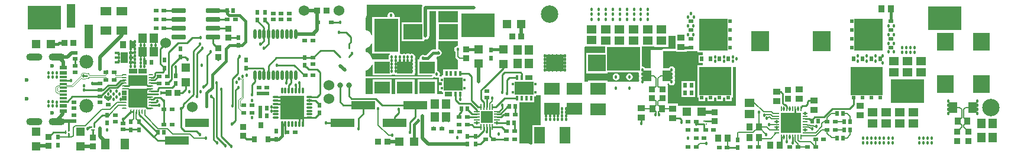
<source format=gbr>
%TF.GenerationSoftware,Altium Limited,Altium Designer,19.0.15 (446)*%
G04 Layer_Physical_Order=1*
G04 Layer_Color=794757*
%FSLAX45Y45*%
%MOMM*%
%TF.FileFunction,Copper,L1,Top,Signal*%
%TF.Part,Single*%
G01*
G75*
%TA.AperFunction,SMDPad,CuDef*%
%ADD10R,3.43000X1.27000*%
%TA.AperFunction,ConnectorPad*%
%ADD11R,0.60000X0.75000*%
%TA.AperFunction,SMDPad,CuDef*%
%ADD12R,0.60000X0.75000*%
%ADD13R,0.64000X0.60000*%
%ADD14R,0.60000X0.64000*%
%ADD15R,0.75000X0.60000*%
%ADD16R,1.20000X1.20000*%
%ADD17R,0.85000X0.95000*%
%ADD18R,0.27000X0.17000*%
%ADD19R,0.17000X0.52000*%
%ADD20R,1.30000X1.40000*%
%ADD21R,0.90000X1.00000*%
G04:AMPARAMS|DCode=22|XSize=0.6mm|YSize=0.2mm|CornerRadius=0.04mm|HoleSize=0mm|Usage=FLASHONLY|Rotation=90.000|XOffset=0mm|YOffset=0mm|HoleType=Round|Shape=RoundedRectangle|*
%AMROUNDEDRECTD22*
21,1,0.60000,0.12000,0,0,90.0*
21,1,0.52000,0.20000,0,0,90.0*
1,1,0.08000,0.06000,0.26000*
1,1,0.08000,0.06000,-0.26000*
1,1,0.08000,-0.06000,-0.26000*
1,1,0.08000,-0.06000,0.26000*
%
%ADD22ROUNDEDRECTD22*%
G04:AMPARAMS|DCode=23|XSize=0.2mm|YSize=0.6mm|CornerRadius=0.04mm|HoleSize=0mm|Usage=FLASHONLY|Rotation=90.000|XOffset=0mm|YOffset=0mm|HoleType=Round|Shape=RoundedRectangle|*
%AMROUNDEDRECTD23*
21,1,0.20000,0.52000,0,0,90.0*
21,1,0.12000,0.60000,0,0,90.0*
1,1,0.08000,0.26000,0.06000*
1,1,0.08000,0.26000,-0.06000*
1,1,0.08000,-0.26000,-0.06000*
1,1,0.08000,-0.26000,0.06000*
%
%ADD23ROUNDEDRECTD23*%
G04:AMPARAMS|DCode=24|XSize=2.72mm|YSize=2.65mm|CornerRadius=0.06625mm|HoleSize=0mm|Usage=FLASHONLY|Rotation=90.000|XOffset=0mm|YOffset=0mm|HoleType=Round|Shape=RoundedRectangle|*
%AMROUNDEDRECTD24*
21,1,2.72000,2.51750,0,0,90.0*
21,1,2.58750,2.65000,0,0,90.0*
1,1,0.13250,1.25875,1.29375*
1,1,0.13250,1.25875,-1.29375*
1,1,0.13250,-1.25875,-1.29375*
1,1,0.13250,-1.25875,1.29375*
%
%ADD24ROUNDEDRECTD24*%
G04:AMPARAMS|DCode=25|XSize=1.53mm|YSize=2.65mm|CornerRadius=0.03825mm|HoleSize=0mm|Usage=FLASHONLY|Rotation=90.000|XOffset=0mm|YOffset=0mm|HoleType=Round|Shape=RoundedRectangle|*
%AMROUNDEDRECTD25*
21,1,1.53000,2.57350,0,0,90.0*
21,1,1.45350,2.65000,0,0,90.0*
1,1,0.07650,1.28675,0.72675*
1,1,0.07650,1.28675,-0.72675*
1,1,0.07650,-1.28675,-0.72675*
1,1,0.07650,-1.28675,0.72675*
%
%ADD25ROUNDEDRECTD25*%
G04:AMPARAMS|DCode=26|XSize=0.7mm|YSize=1.253mm|CornerRadius=0.0875mm|HoleSize=0mm|Usage=FLASHONLY|Rotation=90.000|XOffset=0mm|YOffset=0mm|HoleType=Round|Shape=RoundedRectangle|*
%AMROUNDEDRECTD26*
21,1,0.70000,1.07800,0,0,90.0*
21,1,0.52500,1.25300,0,0,90.0*
1,1,0.17500,0.53900,0.26250*
1,1,0.17500,0.53900,-0.26250*
1,1,0.17500,-0.53900,-0.26250*
1,1,0.17500,-0.53900,0.26250*
%
%ADD26ROUNDEDRECTD26*%
G04:AMPARAMS|DCode=27|XSize=0.7mm|YSize=0.7mm|CornerRadius=0.0875mm|HoleSize=0mm|Usage=FLASHONLY|Rotation=90.000|XOffset=0mm|YOffset=0mm|HoleType=Round|Shape=RoundedRectangle|*
%AMROUNDEDRECTD27*
21,1,0.70000,0.52500,0,0,90.0*
21,1,0.52500,0.70000,0,0,90.0*
1,1,0.17500,0.26250,0.26250*
1,1,0.17500,0.26250,-0.26250*
1,1,0.17500,-0.26250,-0.26250*
1,1,0.17500,-0.26250,0.26250*
%
%ADD27ROUNDEDRECTD27*%
%ADD28R,1.20000X1.65000*%
%TA.AperFunction,ConnectorPad*%
%ADD29R,0.95000X0.85000*%
%TA.AperFunction,SMDPad,CuDef*%
%ADD30R,0.17000X0.27000*%
%ADD31R,0.52000X0.17000*%
G04:AMPARAMS|DCode=32|XSize=0.2mm|YSize=0.2mm|CornerRadius=0.05mm|HoleSize=0mm|Usage=FLASHONLY|Rotation=0.000|XOffset=0mm|YOffset=0mm|HoleType=Round|Shape=RoundedRectangle|*
%AMROUNDEDRECTD32*
21,1,0.20000,0.10000,0,0,0.0*
21,1,0.10000,0.20000,0,0,0.0*
1,1,0.10000,0.05000,-0.05000*
1,1,0.10000,-0.05000,-0.05000*
1,1,0.10000,-0.05000,0.05000*
1,1,0.10000,0.05000,0.05000*
%
%ADD32ROUNDEDRECTD32*%
G04:AMPARAMS|DCode=33|XSize=1.97mm|YSize=0.6mm|CornerRadius=0.075mm|HoleSize=0mm|Usage=FLASHONLY|Rotation=0.000|XOffset=0mm|YOffset=0mm|HoleType=Round|Shape=RoundedRectangle|*
%AMROUNDEDRECTD33*
21,1,1.97000,0.45000,0,0,0.0*
21,1,1.82000,0.60000,0,0,0.0*
1,1,0.15000,0.91000,-0.22500*
1,1,0.15000,-0.91000,-0.22500*
1,1,0.15000,-0.91000,0.22500*
1,1,0.15000,0.91000,0.22500*
%
%ADD33ROUNDEDRECTD33*%
%ADD34R,0.95000X0.85000*%
%ADD35R,2.23000X1.80000*%
%ADD36R,1.75000X1.75000*%
G04:AMPARAMS|DCode=37|XSize=0.83mm|YSize=0.22mm|CornerRadius=0.0275mm|HoleSize=0mm|Usage=FLASHONLY|Rotation=90.000|XOffset=0mm|YOffset=0mm|HoleType=Round|Shape=RoundedRectangle|*
%AMROUNDEDRECTD37*
21,1,0.83000,0.16500,0,0,90.0*
21,1,0.77500,0.22000,0,0,90.0*
1,1,0.05500,0.08250,0.38750*
1,1,0.05500,0.08250,-0.38750*
1,1,0.05500,-0.08250,-0.38750*
1,1,0.05500,-0.08250,0.38750*
%
%ADD37ROUNDEDRECTD37*%
G04:AMPARAMS|DCode=38|XSize=0.83mm|YSize=0.22mm|CornerRadius=0.0275mm|HoleSize=0mm|Usage=FLASHONLY|Rotation=180.000|XOffset=0mm|YOffset=0mm|HoleType=Round|Shape=RoundedRectangle|*
%AMROUNDEDRECTD38*
21,1,0.83000,0.16500,0,0,180.0*
21,1,0.77500,0.22000,0,0,180.0*
1,1,0.05500,-0.38750,0.08250*
1,1,0.05500,0.38750,0.08250*
1,1,0.05500,0.38750,-0.08250*
1,1,0.05500,-0.38750,-0.08250*
%
%ADD38ROUNDEDRECTD38*%
%ADD39R,1.20000X1.20000*%
%TA.AperFunction,ConnectorPad*%
%ADD40R,1.00000X0.90000*%
%ADD41R,0.90000X1.00000*%
%ADD42R,0.75000X0.60000*%
%ADD43R,0.60000X0.64000*%
%TA.AperFunction,SMDPad,CuDef*%
%ADD44R,0.66000X0.32000*%
%ADD45R,1.00000X1.60000*%
%TA.AperFunction,ConnectorPad*%
%ADD46R,1.00000X0.30000*%
%ADD47R,1.00000X0.60000*%
%TA.AperFunction,SMDPad,CuDef*%
%ADD48R,1.27000X3.43000*%
%ADD49R,4.70000X3.43000*%
%ADD50R,1.65000X1.20000*%
%ADD51R,2.80000X1.90000*%
%ADD52R,0.44000X0.65000*%
%ADD53R,0.35000X0.30000*%
%ADD54R,1.09000X0.65000*%
%TA.AperFunction,ConnectorPad*%
%ADD55R,0.85000X0.95000*%
%TA.AperFunction,SMDPad,CuDef*%
%ADD56R,2.70000X2.20000*%
%TA.AperFunction,ConnectorPad*%
%ADD57R,0.80000X0.90000*%
%TA.AperFunction,SMDPad,CuDef*%
%ADD58R,3.35000X3.35000*%
%TA.AperFunction,ConnectorPad*%
%ADD59O,0.30000X0.95000*%
%ADD60O,0.95000X0.30000*%
%TA.AperFunction,SMDPad,CuDef*%
%ADD61O,0.45000X1.40000*%
%TA.AperFunction,ConnectorPad*%
%ADD62R,0.70000X0.50000*%
%TA.AperFunction,SMDPad,CuDef*%
%ADD63R,1.40000X1.30000*%
%ADD64R,1.00000X0.90000*%
%ADD65R,4.12000X4.60000*%
%ADD66R,0.55000X0.50000*%
%ADD67R,0.65000X0.50000*%
%ADD68R,4.60000X4.12000*%
%ADD69R,0.50000X0.55000*%
%ADD70R,0.50000X0.65000*%
%ADD71R,3.00000X3.00000*%
%ADD72O,0.20000X0.70000*%
%ADD73O,0.70000X0.20000*%
%ADD74R,2.50000X3.00000*%
%ADD75R,2.45000X2.55000*%
%ADD76R,1.50000X2.40000*%
%ADD77R,2.55000X2.45000*%
%ADD78R,3.43000X4.70000*%
%ADD79C,0.80010*%
%TA.AperFunction,NonConductor*%
%ADD80C,0.25400*%
%ADD81C,0.20320*%
%ADD82C,0.38100*%
%ADD83C,0.50800*%
%ADD84C,0.40640*%
%ADD85C,0.30480*%
%ADD86C,0.10564*%
%ADD87C,0.23066*%
%ADD88C,0.12700*%
%ADD89C,0.16962*%
%ADD90C,0.15240*%
%TA.AperFunction,ComponentPad*%
%ADD91C,0.40000*%
G04:AMPARAMS|DCode=92|XSize=1mm|YSize=2.3mm|CornerRadius=0.5mm|HoleSize=0mm|Usage=FLASHONLY|Rotation=270.000|XOffset=0mm|YOffset=0mm|HoleType=Round|Shape=RoundedRectangle|*
%AMROUNDEDRECTD92*
21,1,1.00000,1.30000,0,0,270.0*
21,1,0.00000,2.30000,0,0,270.0*
1,1,1.00000,-0.65000,0.00000*
1,1,1.00000,-0.65000,0.00000*
1,1,1.00000,0.65000,0.00000*
1,1,1.00000,0.65000,0.00000*
%
%ADD92ROUNDEDRECTD92*%
%ADD93C,1.52400*%
%ADD94C,0.45720*%
%TA.AperFunction,ViaPad*%
%ADD95C,2.50000*%
%ADD96C,1.52400*%
%ADD97C,1.98000*%
%ADD98C,0.60000*%
%ADD99C,0.45720*%
G36*
X7367475Y2896291D02*
X7085872D01*
Y3062219D01*
X7367475D01*
Y2896291D01*
D02*
G37*
G36*
X10482554Y2513762D02*
X10311307D01*
X10301396Y2511791D01*
X10292995Y2506177D01*
X10290120Y2501875D01*
X10131074Y2501874D01*
X10131074Y2264255D01*
X10131055Y2264226D01*
X10129084Y2254316D01*
Y2237157D01*
X10049017D01*
X10042368Y2247108D01*
X10026405Y2257775D01*
X10007575Y2261520D01*
X9999876Y2267838D01*
Y2547938D01*
X10182159D01*
Y2547938D01*
X10189589Y2546794D01*
X10189589Y2546795D01*
X10194387Y2546795D01*
X10380388D01*
Y2707475D01*
X10482555D01*
X10482554Y2513762D01*
D02*
G37*
G36*
X6862068Y3138125D02*
X6859202Y3133836D01*
X6855260Y3114015D01*
Y2896291D01*
X6562075D01*
Y2625491D01*
X6882875D01*
Y2642782D01*
X6895575Y2652322D01*
X6907055Y2650038D01*
X6926876Y2653981D01*
X6943680Y2665209D01*
X6954907Y2682012D01*
X6958850Y2701834D01*
Y3062219D01*
X7059974D01*
Y2505507D01*
X7011065D01*
X7011064Y2505507D01*
X6993720Y2502057D01*
X6979017Y2492233D01*
X6979017Y2492232D01*
X6914860Y2428075D01*
X6889274D01*
X6889066Y2428215D01*
X6870236Y2431960D01*
X6851406Y2428215D01*
X6835442Y2417548D01*
X6824776Y2401585D01*
X6821030Y2382755D01*
X6822452Y2375609D01*
X6814395Y2365792D01*
X6795575D01*
Y2134992D01*
X7005420D01*
X7005772Y2134863D01*
X7006535Y2133590D01*
X6999340Y2120890D01*
X6049974Y2120890D01*
Y2202777D01*
X6074171Y2212800D01*
X6104283Y2235906D01*
X6127389Y2266018D01*
X6137875Y2291333D01*
X6150575Y2288807D01*
Y2134992D01*
X6424375D01*
Y2143733D01*
X6442644Y2147367D01*
X6452692Y2154080D01*
X6463225Y2147042D01*
X6473075Y2145083D01*
Y2134992D01*
X6746875D01*
Y2160169D01*
X6756115Y2173997D01*
X6759860Y2192827D01*
X6756115Y2211657D01*
X6751395Y2218719D01*
X6756115Y2225782D01*
X6759860Y2244612D01*
X6756115Y2263442D01*
X6751395Y2270505D01*
X6756115Y2277568D01*
X6759860Y2296398D01*
X6756115Y2315228D01*
X6751395Y2322291D01*
X6756115Y2329353D01*
X6759860Y2348183D01*
X6756115Y2367013D01*
X6751395Y2374076D01*
X6756115Y2381139D01*
X6759860Y2399969D01*
X6756115Y2418799D01*
X6745448Y2434762D01*
X6729485Y2445429D01*
X6710655Y2449174D01*
X6691825Y2445429D01*
X6681777Y2438715D01*
X6671244Y2445753D01*
X6652414Y2449499D01*
X6633584Y2445753D01*
X6623899Y2439281D01*
X6615185Y2445104D01*
X6596355Y2448850D01*
X6577525Y2445104D01*
X6567477Y2438391D01*
X6556944Y2445429D01*
X6549236Y2446962D01*
X6539375Y2453815D01*
X6539375Y2461388D01*
Y2974615D01*
X6470054D01*
X6460219Y2987315D01*
X6462180Y2997175D01*
X6458435Y3016005D01*
X6447768Y3031968D01*
X6431805Y3042635D01*
X6412975Y3046380D01*
X6394145Y3042635D01*
X6378181Y3031968D01*
X6367515Y3016005D01*
X6363769Y2997175D01*
X6365730Y2987315D01*
X6355896Y2974615D01*
X6145574D01*
Y2718195D01*
X6132874Y2715669D01*
X6127389Y2728911D01*
X6104283Y2759023D01*
X6074171Y2782129D01*
X6049974Y2792152D01*
Y2952626D01*
X6059036Y2974503D01*
X6062249Y2998911D01*
X6062608Y3000713D01*
Y3149325D01*
X6856081D01*
X6862068Y3138125D01*
D02*
G37*
G36*
X10795075Y2467075D02*
X10876394D01*
Y2427875D01*
X10811075D01*
Y2312075D01*
X10876394D01*
Y2279875D01*
X10796575D01*
Y1817075D01*
X10811075D01*
Y1762075D01*
X10911875D01*
Y1817075D01*
X10938075D01*
Y1762075D01*
X11038875D01*
Y1817075D01*
X11065075D01*
Y1762075D01*
X11165875D01*
Y1817075D01*
X11192075D01*
Y1762075D01*
X11292875D01*
Y1817075D01*
X11307375D01*
Y2257475D01*
X11352475D01*
Y1692627D01*
X10940650D01*
Y1695502D01*
X10769850D01*
Y1692627D01*
X10730650D01*
Y1695502D01*
X10559850D01*
Y1692627D01*
X10519854D01*
Y1726708D01*
X10370872D01*
Y2002410D01*
X10370312Y2005225D01*
X10378221Y2016919D01*
X10381888Y2017412D01*
X10388618Y2016026D01*
X10394421Y2007341D01*
X10410385Y1996675D01*
X10429215Y1992929D01*
X10448045Y1996675D01*
X10464008Y2007341D01*
X10474675Y2023305D01*
X10478420Y2042135D01*
X10474675Y2060965D01*
X10468037Y2070898D01*
X10474675Y2080831D01*
X10478420Y2099661D01*
X10474675Y2118491D01*
X10468037Y2128424D01*
X10474675Y2138358D01*
X10478420Y2157188D01*
X10474675Y2176018D01*
X10468037Y2185951D01*
X10474675Y2195885D01*
X10478420Y2214715D01*
X10474675Y2233545D01*
X10464008Y2249508D01*
X10448045Y2260175D01*
X10429215Y2263920D01*
X10410385Y2260175D01*
X10394421Y2249508D01*
X10386168Y2237157D01*
X10311307D01*
X10311307Y2487864D01*
X10489575D01*
Y2472075D01*
X10640375D01*
Y2472075D01*
X10647075Y2481575D01*
X10762875D01*
Y2487865D01*
X10795075D01*
Y2467075D01*
D02*
G37*
G36*
X7367475Y2561240D02*
X7348645Y2557495D01*
X7332681Y2546828D01*
X7322015Y2530865D01*
X7318269Y2512035D01*
X7322015Y2493205D01*
X7332681Y2477241D01*
X7332930Y2477075D01*
Y2407716D01*
X7332930Y2407715D01*
X7335560Y2394495D01*
X7343048Y2383288D01*
X7367475Y2358861D01*
Y2217875D01*
X7157357D01*
Y2132874D01*
X7136856D01*
Y2119975D01*
X7114260D01*
X7108273Y2131175D01*
X7109175Y2132525D01*
X7112920Y2151355D01*
X7109175Y2170185D01*
X7098508Y2186148D01*
X7082545Y2196815D01*
X7069375Y2199434D01*
Y2365792D01*
X7067475D01*
Y2402174D01*
X7080175Y2412597D01*
X7088300Y2410980D01*
X7107130Y2414726D01*
X7123093Y2425392D01*
X7133760Y2441356D01*
X7137505Y2460186D01*
X7133760Y2479016D01*
X7123093Y2494979D01*
X7107130Y2505646D01*
X7088300Y2509391D01*
X7085872Y2511384D01*
Y2625491D01*
X7367475D01*
Y2561240D01*
D02*
G37*
G36*
X6145574Y2594234D02*
Y2453814D01*
X6394675D01*
X6398528Y2441114D01*
X6389021Y2434762D01*
X6378355Y2418799D01*
X6374609Y2399969D01*
X6378355Y2381139D01*
X6380893Y2377340D01*
X6374353Y2365792D01*
X6156113D01*
X6150575Y2365792D01*
X6142094Y2374979D01*
X6141914Y2376345D01*
X6127389Y2411411D01*
X6104283Y2441523D01*
X6074171Y2464629D01*
X6049974Y2474652D01*
Y2520277D01*
X6074171Y2530300D01*
X6104283Y2553406D01*
X6127389Y2583518D01*
X6132874Y2596760D01*
X6145574Y2594234D01*
D02*
G37*
G36*
X9380905Y2550821D02*
X9388147Y2547938D01*
Y2547938D01*
X9392411Y2547938D01*
X9479076D01*
Y2461276D01*
X9207215D01*
Y2165476D01*
X9513015D01*
Y2180072D01*
X9952316D01*
X9960872Y2167372D01*
X9958369Y2154788D01*
X9962115Y2135958D01*
X9968752Y2126025D01*
X9962115Y2116091D01*
X9958369Y2097261D01*
X9962115Y2078431D01*
X9968752Y2068498D01*
X9962115Y2058565D01*
X9959352Y2044674D01*
X9509175Y2044674D01*
Y2057154D01*
X9235375D01*
Y2044674D01*
X9182108D01*
X9182108Y2541434D01*
X9190106Y2550821D01*
X9380904D01*
X9380905Y2550821D01*
D02*
G37*
G36*
X7044885Y2105895D02*
X7063715Y2102149D01*
X7082544Y2105895D01*
X7095542Y2102269D01*
X7095947Y2101662D01*
X7097015Y2100949D01*
X7097830Y2099956D01*
X7101186Y2098162D01*
X7101856Y2097714D01*
Y2032074D01*
X7136856D01*
Y1992875D01*
X7101856D01*
Y1912075D01*
X7136856D01*
Y1892075D01*
X7157357D01*
Y1867475D01*
X7069375D01*
Y2073792D01*
X6795575D01*
Y1867475D01*
X6746875D01*
Y2073792D01*
X6473075D01*
Y1867475D01*
X6424375D01*
Y2073792D01*
X6150575D01*
Y1867475D01*
X6051286D01*
Y2094993D01*
X6999340Y2094993D01*
X7002764Y2095674D01*
X7006247Y2095931D01*
X7007679Y2096651D01*
X7009251Y2096964D01*
X7012154Y2098904D01*
X7015273Y2100474D01*
X7016320Y2101688D01*
X7017653Y2102578D01*
X7019593Y2105481D01*
X7021312Y2107475D01*
X7042520D01*
X7044885Y2105895D01*
D02*
G37*
G36*
X8552475Y1415375D02*
X8434395D01*
Y1142902D01*
X8423004Y1137285D01*
X8421508Y1138434D01*
X8397085Y1148550D01*
X8372672Y1151764D01*
X8370875Y1152122D01*
X8252475D01*
Y1747990D01*
X8462374D01*
Y1832991D01*
X8482875D01*
Y1847475D01*
X8552475D01*
Y1415375D01*
D02*
G37*
%LPC*%
G36*
X10766795Y2049396D02*
X10567995D01*
Y1934596D01*
X10568575D01*
Y1825696D01*
X10767375D01*
Y1940496D01*
X10766795D01*
Y2049396D01*
D02*
G37*
G36*
X9632581Y2162739D02*
X9613751Y2158994D01*
X9597788Y2148327D01*
X9587121Y2132364D01*
X9583376Y2113534D01*
X9587121Y2094704D01*
X9597788Y2078741D01*
X9613751Y2068074D01*
X9632581Y2064329D01*
X9651411Y2068074D01*
X9667375Y2078741D01*
X9678041Y2094704D01*
X9681787Y2113534D01*
X9678041Y2132364D01*
X9667375Y2148327D01*
X9651411Y2158994D01*
X9632581Y2162739D01*
D02*
G37*
G36*
X9824695Y2161680D02*
X9805865Y2157934D01*
X9789901Y2147268D01*
X9779235Y2131305D01*
X9775489Y2112475D01*
X9779235Y2093645D01*
X9789901Y2077681D01*
X9805865Y2067015D01*
X9824695Y2063269D01*
X9843525Y2067015D01*
X9859488Y2077681D01*
X9870155Y2093645D01*
X9873900Y2112475D01*
X9870155Y2131305D01*
X9859488Y2147268D01*
X9843525Y2157934D01*
X9824695Y2161680D01*
D02*
G37*
%LPD*%
D10*
X6010835Y1706855D02*
D03*
X5718835Y1452855D02*
D03*
X3346475Y1193775D02*
D03*
X3638475Y1447775D02*
D03*
X6463975Y1450315D02*
D03*
X6755975Y1704315D02*
D03*
D11*
X7508435Y1257294D02*
D03*
Y1142294D02*
D03*
X2352015Y1563035D02*
D03*
Y1448035D02*
D03*
X4767755Y1213801D02*
D03*
Y1328801D02*
D03*
X4609975Y2929975D02*
D03*
Y3044975D02*
D03*
X4497475Y2929975D02*
D03*
Y3044975D02*
D03*
D12*
X7622735Y1257262D02*
D03*
Y1142262D02*
D03*
X2807474Y1352175D02*
D03*
Y1467175D02*
D03*
X3327375Y2014974D02*
D03*
Y2129974D02*
D03*
X3165515Y2242095D02*
D03*
Y2357095D02*
D03*
X3395955Y2398655D02*
D03*
Y2513655D02*
D03*
X2687295Y1352175D02*
D03*
Y1467175D02*
D03*
X5176495Y2391735D02*
D03*
Y2276735D02*
D03*
X11369975Y1207475D02*
D03*
Y1092475D02*
D03*
X1648435Y1243843D02*
D03*
Y1128843D02*
D03*
X7842475Y2499975D02*
D03*
Y2384975D02*
D03*
X5389855Y1706654D02*
D03*
Y1591654D02*
D03*
X4335755Y2241175D02*
D03*
Y2356175D02*
D03*
X4223995Y2681840D02*
D03*
Y2566840D02*
D03*
D13*
X2468855Y1469814D02*
D03*
Y1557815D02*
D03*
X2575535Y1445235D02*
D03*
Y1357235D02*
D03*
X1877443Y1560355D02*
D03*
Y1472355D02*
D03*
X2361823Y1803647D02*
D03*
Y1715647D02*
D03*
X2249975Y1743799D02*
D03*
Y1831799D02*
D03*
X2249974Y2013975D02*
D03*
Y1925975D02*
D03*
X1877035Y1661414D02*
D03*
Y1749414D02*
D03*
X5295318Y2387078D02*
D03*
Y2299078D02*
D03*
X7782475Y1905131D02*
D03*
Y1817131D02*
D03*
X1889735Y2269015D02*
D03*
Y2181015D02*
D03*
Y2374054D02*
D03*
Y2462055D02*
D03*
X4632359Y1963014D02*
D03*
Y1875014D02*
D03*
X4525631Y1963014D02*
D03*
Y1875014D02*
D03*
X5295335Y2638475D02*
D03*
Y2726475D02*
D03*
X5176495Y2638215D02*
D03*
Y2726215D02*
D03*
X4954454Y2941706D02*
D03*
Y3029706D02*
D03*
X4840154Y2941706D02*
D03*
Y3029706D02*
D03*
X4725854Y2941706D02*
D03*
Y3029706D02*
D03*
D14*
X3072554Y1312475D02*
D03*
X3160555D02*
D03*
X2981475Y2320474D02*
D03*
X2893475D02*
D03*
X4065974Y3067475D02*
D03*
X4153974D02*
D03*
X7503755Y1655891D02*
D03*
X7415755D02*
D03*
X8177724Y1452414D02*
D03*
X8089724D02*
D03*
X8103025Y1686984D02*
D03*
X8191025D02*
D03*
X12880475Y1228935D02*
D03*
X12792475D02*
D03*
X4632359Y1551313D02*
D03*
X4544359D02*
D03*
X4632359Y1665613D02*
D03*
X4544359D02*
D03*
X10623395Y1991996D02*
D03*
X10711395D02*
D03*
X10623975Y1883096D02*
D03*
X10711975D02*
D03*
D15*
X3275655Y1424915D02*
D03*
X3160655D02*
D03*
X3160694Y1648875D02*
D03*
X3275694D02*
D03*
X3209622Y2016735D02*
D03*
X3094622D02*
D03*
X3209615Y2120875D02*
D03*
X3094615D02*
D03*
X2332194Y2067435D02*
D03*
X2447194D02*
D03*
X2332194Y2182475D02*
D03*
X2447194D02*
D03*
X3162474Y2814975D02*
D03*
X3047474D02*
D03*
X3162474Y3067975D02*
D03*
X3047474D02*
D03*
X3162474Y2939975D02*
D03*
X3047474D02*
D03*
X5182495Y2135532D02*
D03*
X5297495D02*
D03*
X11030275Y1345423D02*
D03*
X10915275D02*
D03*
X10664975Y1347475D02*
D03*
X10779975D02*
D03*
X10664975Y1467475D02*
D03*
X10779975D02*
D03*
X12237474Y1104974D02*
D03*
X12122474D02*
D03*
X5038115Y1313474D02*
D03*
X4923115D02*
D03*
X8188015Y1569255D02*
D03*
X8073015D02*
D03*
X8063525Y1334167D02*
D03*
X8178525D02*
D03*
X7275455Y1323315D02*
D03*
X7390455D02*
D03*
X7502215Y1423154D02*
D03*
X7387215D02*
D03*
X7387975Y1536375D02*
D03*
X7502975D02*
D03*
X7023995Y1369035D02*
D03*
X7138995D02*
D03*
X4307475Y1594175D02*
D03*
X4422475D02*
D03*
Y1704175D02*
D03*
X4307475D02*
D03*
X12653975Y1346434D02*
D03*
X12768975D02*
D03*
D16*
X3477235Y2246195D02*
D03*
Y2036195D02*
D03*
X1968975Y1114975D02*
D03*
Y1324975D02*
D03*
X1334875Y1116255D02*
D03*
Y1326255D02*
D03*
X8018642Y2297337D02*
D03*
Y2507337D02*
D03*
X7664975Y2512475D02*
D03*
Y2302474D02*
D03*
D17*
X3229354Y1884975D02*
D03*
X3359354D02*
D03*
X1735835Y2603804D02*
D03*
X1865835D02*
D03*
X5355335Y3068711D02*
D03*
X5485335D02*
D03*
X8277174Y2697455D02*
D03*
X8147174D02*
D03*
D18*
X3078735Y1902155D02*
D03*
Y1867155D02*
D03*
X1795475Y1300735D02*
D03*
Y1335735D02*
D03*
D19*
X3118735Y1884655D02*
D03*
X1755475Y1318235D02*
D03*
D20*
X3017818Y2670474D02*
D03*
X2857819D02*
D03*
X7197676Y1719974D02*
D03*
X7037677D02*
D03*
X3017818Y2475475D02*
D03*
X2857818D02*
D03*
X8382474Y2302475D02*
D03*
X8222475D02*
D03*
X8383724Y2499975D02*
D03*
X8223724D02*
D03*
X7197676Y1532474D02*
D03*
X7037677D02*
D03*
X14866125Y1441110D02*
D03*
X15026126D02*
D03*
X14866125Y1238610D02*
D03*
X15026126D02*
D03*
D21*
X2714155Y2578275D02*
D03*
X2579155D02*
D03*
X10152475Y1656833D02*
D03*
X10287475D02*
D03*
X11674975Y1394435D02*
D03*
X11539975D02*
D03*
X14661215Y1472475D02*
D03*
X14526215D02*
D03*
X13564975Y3094975D02*
D03*
X13429974D02*
D03*
D22*
X2687954Y1615415D02*
D03*
X2727955D02*
D03*
X2767955D02*
D03*
X2807955D02*
D03*
X2847954D02*
D03*
X2887955D02*
D03*
D23*
X2977954Y1665414D02*
D03*
Y1705414D02*
D03*
Y1745415D02*
D03*
Y1785415D02*
D03*
Y1825414D02*
D03*
Y1865415D02*
D03*
Y1905415D02*
D03*
Y1945414D02*
D03*
Y1985415D02*
D03*
Y2025415D02*
D03*
Y2065414D02*
D03*
Y2105415D02*
D03*
Y2145415D02*
D03*
X2597955D02*
D03*
Y2105415D02*
D03*
Y2065414D02*
D03*
Y2025415D02*
D03*
Y1985415D02*
D03*
Y1945414D02*
D03*
Y1745415D02*
D03*
Y1705414D02*
D03*
Y1665414D02*
D03*
D24*
X2787955Y1808915D02*
D03*
D25*
Y2061414D02*
D03*
D26*
X2720304Y2195414D02*
D03*
X2855605D02*
D03*
D27*
X2597955Y1885415D02*
D03*
Y1805414D02*
D03*
D28*
X2323974Y1147475D02*
D03*
X2603974D02*
D03*
X10359974Y2129257D02*
D03*
X10079975D02*
D03*
X14733714Y1672475D02*
D03*
X14453716D02*
D03*
D29*
X2143975Y1242475D02*
D03*
Y1112475D02*
D03*
X10142475Y1936757D02*
D03*
Y1806757D02*
D03*
X4297655Y1260855D02*
D03*
Y1390855D02*
D03*
D30*
X2162474Y1392475D02*
D03*
X2127474D02*
D03*
X10889974Y1432475D02*
D03*
X10924975D02*
D03*
D31*
X2144974Y1352475D02*
D03*
X10907475Y1472475D02*
D03*
D32*
X2087615Y2160435D02*
D03*
Y2092435D02*
D03*
X2057615Y2126435D02*
D03*
D33*
X3369975Y3067975D02*
D03*
Y2940975D02*
D03*
Y2813975D02*
D03*
Y2686975D02*
D03*
X3864974D02*
D03*
Y2813975D02*
D03*
Y2940975D02*
D03*
Y3067975D02*
D03*
D34*
X3936975Y2397055D02*
D03*
Y2527055D02*
D03*
X4083974Y2679540D02*
D03*
Y2809540D02*
D03*
X11044975Y1472475D02*
D03*
Y1602475D02*
D03*
X10297474Y1936757D02*
D03*
Y1806757D02*
D03*
X1509875Y1121335D02*
D03*
Y1251335D02*
D03*
X7489975Y2382475D02*
D03*
Y2512475D02*
D03*
X12095115Y1928909D02*
D03*
Y1798909D02*
D03*
X14513715Y1322475D02*
D03*
Y1192475D02*
D03*
X14673715Y1322475D02*
D03*
Y1192475D02*
D03*
D35*
X9372275Y1941755D02*
D03*
Y1649755D02*
D03*
X9040364Y1944073D02*
D03*
Y1652073D02*
D03*
X8712175Y1944076D02*
D03*
Y1652076D02*
D03*
X6287475Y1958392D02*
D03*
Y2250392D02*
D03*
X6609975Y1958392D02*
D03*
Y2250392D02*
D03*
X6932475Y1958392D02*
D03*
Y2250392D02*
D03*
D36*
X7782475Y1534975D02*
D03*
D37*
X7702475Y1678975D02*
D03*
X7742475D02*
D03*
X7782475D02*
D03*
X7822475D02*
D03*
X7862475D02*
D03*
Y1390975D02*
D03*
X7822475D02*
D03*
X7782475D02*
D03*
X7742475D02*
D03*
X7702475D02*
D03*
D38*
X7638475Y1454975D02*
D03*
Y1494975D02*
D03*
Y1534975D02*
D03*
Y1574975D02*
D03*
Y1614975D02*
D03*
X7926475D02*
D03*
Y1574975D02*
D03*
Y1534975D02*
D03*
Y1494975D02*
D03*
Y1454975D02*
D03*
D39*
X10645250Y1610102D02*
D03*
X10855250D02*
D03*
X1544875Y2583779D02*
D03*
X1334875D02*
D03*
X6531195Y1178535D02*
D03*
X6741195D02*
D03*
X8277998Y2875655D02*
D03*
X8067998D02*
D03*
D40*
X9994135Y1658576D02*
D03*
Y1523576D02*
D03*
X10444455Y1656308D02*
D03*
Y1521308D02*
D03*
D41*
X11974975Y1126472D02*
D03*
X11839975D02*
D03*
X11231926Y1227475D02*
D03*
X11096926D02*
D03*
X11674975Y1237779D02*
D03*
X11539975D02*
D03*
D42*
X11666455Y1102674D02*
D03*
X11551455D02*
D03*
X10778584Y1227475D02*
D03*
X10893584D02*
D03*
X10664975Y1107474D02*
D03*
X10779975D02*
D03*
X11222695Y1093313D02*
D03*
X11107695D02*
D03*
X12487474Y1104974D02*
D03*
X12372474D02*
D03*
X12487475Y1212435D02*
D03*
X12602475D02*
D03*
X12653474Y1468795D02*
D03*
X12768474D02*
D03*
X8179094Y1214641D02*
D03*
X8064094D02*
D03*
X7764975D02*
D03*
X7879975D02*
D03*
X4069975Y2939975D02*
D03*
X4184975D02*
D03*
D43*
X12880473Y1586295D02*
D03*
X12792474D02*
D03*
X12984975Y1468795D02*
D03*
X12896974D02*
D03*
X12438475Y1477635D02*
D03*
X12526475D02*
D03*
X12984953Y1346434D02*
D03*
X12896954D02*
D03*
D44*
X2492475Y2454975D02*
D03*
Y2389975D02*
D03*
Y2324975D02*
D03*
X2697474D02*
D03*
Y2389975D02*
D03*
Y2454975D02*
D03*
D45*
X2594974Y2389975D02*
D03*
D46*
X1720054Y1759052D02*
D03*
Y1809052D02*
D03*
Y2059052D02*
D03*
Y2109052D02*
D03*
Y1909052D02*
D03*
Y1859052D02*
D03*
Y2009052D02*
D03*
Y1959052D02*
D03*
D47*
Y1618052D02*
D03*
Y1698052D02*
D03*
Y2170052D02*
D03*
Y2250052D02*
D03*
D48*
X1831315Y2988475D02*
D03*
X2085315Y2696475D02*
D03*
D49*
X1447775Y2964155D02*
D03*
X7655535Y2854935D02*
D03*
X14338275Y2953995D02*
D03*
X13807475Y1907475D02*
D03*
X9739476Y2376972D02*
D03*
D50*
X2330636Y2779831D02*
D03*
Y3059831D02*
D03*
X2562686Y2778435D02*
D03*
Y3058435D02*
D03*
D51*
X7302256Y2012475D02*
D03*
X8317475Y1953391D02*
D03*
D52*
X7399755Y2159975D02*
D03*
X7334756D02*
D03*
X7269757D02*
D03*
X7204757D02*
D03*
X7399755Y1864975D02*
D03*
X7334756Y1864974D02*
D03*
X8219976Y1805890D02*
D03*
X8284975D02*
D03*
X8349974D02*
D03*
X8414974D02*
D03*
X8219976Y2100890D02*
D03*
X8284975Y2100891D02*
D03*
D53*
X7459755Y1952475D02*
D03*
X7459755Y2072474D02*
D03*
X7144756D02*
D03*
Y1952475D02*
D03*
X8159976Y2013390D02*
D03*
X8159976Y1893391D02*
D03*
X8474975D02*
D03*
Y2013390D02*
D03*
D54*
X7237257Y1864974D02*
D03*
X8382474Y2100891D02*
D03*
D55*
X6358295Y1178538D02*
D03*
X6228295D02*
D03*
D56*
X6722475Y2760891D02*
D03*
X7232475D02*
D03*
D57*
X4457755Y1213474D02*
D03*
X4647755D02*
D03*
X4552755Y1413474D02*
D03*
D58*
X5000935Y1674154D02*
D03*
D59*
X4850935Y1914154D02*
D03*
X4900935D02*
D03*
X4950935D02*
D03*
X5000935D02*
D03*
X5050935D02*
D03*
X5100935D02*
D03*
X5150935D02*
D03*
Y1434154D02*
D03*
X5100935D02*
D03*
X5050935D02*
D03*
X5000935D02*
D03*
X4950935D02*
D03*
X4900935D02*
D03*
X4850935D02*
D03*
D60*
X5240935Y1824154D02*
D03*
Y1774154D02*
D03*
Y1724155D02*
D03*
Y1674154D02*
D03*
Y1624154D02*
D03*
Y1574154D02*
D03*
Y1524154D02*
D03*
X4760935D02*
D03*
Y1574154D02*
D03*
Y1624154D02*
D03*
Y1674154D02*
D03*
Y1724155D02*
D03*
Y1774154D02*
D03*
Y1824154D02*
D03*
D61*
X4463954Y2136110D02*
D03*
X4528955D02*
D03*
X4593954D02*
D03*
X4658955D02*
D03*
X4723954D02*
D03*
X4788955D02*
D03*
X4853954D02*
D03*
X4918955D02*
D03*
X4983954D02*
D03*
X5048955D02*
D03*
X4463954Y2726110D02*
D03*
X4528955D02*
D03*
X4593954D02*
D03*
X4658955D02*
D03*
X4723954D02*
D03*
X4788955D02*
D03*
X4853954D02*
D03*
X4918955D02*
D03*
X4983954D02*
D03*
X5048955D02*
D03*
D62*
X5558435Y2895575D02*
D03*
X5358435D02*
D03*
D63*
X10284988Y2637195D02*
D03*
Y2797195D02*
D03*
X10086760Y2638338D02*
D03*
Y2798338D02*
D03*
X9885689Y2638338D02*
D03*
Y2798338D02*
D03*
X9684618Y2638338D02*
D03*
Y2798338D02*
D03*
X9483546Y2638338D02*
D03*
Y2798338D02*
D03*
X9285505Y2641221D02*
D03*
Y2801221D02*
D03*
X11539975Y1741134D02*
D03*
Y1581135D02*
D03*
X13300127Y1603555D02*
D03*
Y1443555D02*
D03*
X13497626Y1603555D02*
D03*
Y1443555D02*
D03*
X13695126Y1604770D02*
D03*
Y1444770D02*
D03*
X13890126D02*
D03*
Y1604770D02*
D03*
X13997475Y2177475D02*
D03*
Y2337475D02*
D03*
X13804974Y2178338D02*
D03*
Y2338338D02*
D03*
X13612474Y2177475D02*
D03*
Y2337475D02*
D03*
D64*
X10564975Y2542475D02*
D03*
Y2677475D02*
D03*
X12468835Y1636815D02*
D03*
Y1771815D02*
D03*
X12251521Y1801151D02*
D03*
Y1936151D02*
D03*
X11930355Y1761275D02*
D03*
Y1896275D02*
D03*
X13123656Y1693075D02*
D03*
Y1558075D02*
D03*
D65*
X11026475Y2722475D02*
D03*
X13244475Y2722338D02*
D03*
D66*
X11259975Y2912975D02*
D03*
Y2785975D02*
D03*
Y2658975D02*
D03*
Y2531975D02*
D03*
X13010974Y2531838D02*
D03*
Y2658838D02*
D03*
Y2785838D02*
D03*
Y2912838D02*
D03*
D67*
X10704975Y2531975D02*
D03*
Y2658975D02*
D03*
Y2785975D02*
D03*
Y2912975D02*
D03*
X13565974Y2912838D02*
D03*
Y2785838D02*
D03*
Y2658838D02*
D03*
Y2531838D02*
D03*
D68*
X11051975Y2048475D02*
D03*
X13220474Y2049338D02*
D03*
D69*
X11242475Y1814975D02*
D03*
X11115475D02*
D03*
X10988475D02*
D03*
X10861475D02*
D03*
X13410976Y1815838D02*
D03*
X13283975D02*
D03*
X13156975D02*
D03*
X13029974D02*
D03*
D70*
X10861475Y2369975D02*
D03*
X10988475D02*
D03*
X11115475D02*
D03*
X11242475D02*
D03*
X13029974Y2370838D02*
D03*
X13156975D02*
D03*
X13283975D02*
D03*
X13410976D02*
D03*
D71*
X12137475Y1447475D02*
D03*
D72*
X11997475Y1649975D02*
D03*
X12037475D02*
D03*
X12077475D02*
D03*
X12117475D02*
D03*
X12157475D02*
D03*
X12197475D02*
D03*
X12237475D02*
D03*
X12277475D02*
D03*
Y1244975D02*
D03*
X12237475D02*
D03*
X12197475D02*
D03*
X12157475D02*
D03*
X12117475D02*
D03*
X12077475D02*
D03*
X12037475D02*
D03*
X11997475D02*
D03*
D73*
X12339975Y1587475D02*
D03*
Y1547475D02*
D03*
Y1507475D02*
D03*
Y1467475D02*
D03*
Y1347475D02*
D03*
Y1307475D02*
D03*
X11934975D02*
D03*
Y1347475D02*
D03*
Y1387475D02*
D03*
Y1427475D02*
D03*
Y1467475D02*
D03*
Y1507475D02*
D03*
Y1547475D02*
D03*
Y1587475D02*
D03*
X12339975Y1427475D02*
D03*
Y1387475D02*
D03*
D74*
X12578633Y2631415D02*
D03*
X11698629D02*
D03*
D75*
X14348434Y2614973D02*
D03*
Y2009973D02*
D03*
X14858975Y2614965D02*
D03*
Y2009964D02*
D03*
D76*
X8534795Y1269975D02*
D03*
X8904794D02*
D03*
D77*
X8755115Y2313376D02*
D03*
X9360115D02*
D03*
D78*
X6342474Y2714215D02*
D03*
D79*
X5683927Y1995914D02*
D03*
X5810975Y1994434D02*
D03*
D80*
X4463954Y2724210D02*
Y2726110D01*
X4918035Y2135191D02*
X4918955Y2136110D01*
X4918035Y2030674D02*
Y2135191D01*
X4917115Y2029754D02*
X4918035Y2030674D01*
X5050935Y1914154D02*
Y1989114D01*
X11996835Y1244335D02*
X11997475Y1244975D01*
X12487474Y1104974D02*
X12487475D01*
X11996835Y1131835D02*
Y1244335D01*
X11969975Y1104975D02*
X11996835Y1131835D01*
X11223114Y1092894D02*
X11369556D01*
X11222695Y1093313D02*
X11223114Y1092894D01*
X7573391Y1574975D02*
X7638475D01*
X3162474Y3067975D02*
X3369975D01*
X3162474Y2939975D02*
X3162974Y2940474D01*
X3369475D01*
X3369975Y2940975D01*
X3162474Y2814975D02*
X3162975Y2814474D01*
X3369475D01*
X3369975Y2813975D01*
X3864974Y2940975D02*
X3865475Y2940474D01*
X4069475D01*
X4069975Y2939975D01*
X3359354Y1884975D02*
X3359355Y1884975D01*
X1509875Y1121335D02*
X1509875Y1121335D01*
X2141475Y1114975D02*
X2143975Y1112475D01*
X10907475Y1472475D02*
X11044974D01*
X7509742Y1638624D02*
X7573391Y1574975D01*
X7399755Y2159975D02*
X7522475D01*
X8186090Y1680615D02*
X8186319Y1680386D01*
Y1578344D02*
Y1680386D01*
Y1578344D02*
X8186548Y1578115D01*
X7926475Y1534975D02*
X7926695Y1535195D01*
X8072795Y1569035D02*
X8073015Y1569255D01*
X7862475Y1678975D02*
X7913975D01*
X8262475Y2174975D02*
X8284975Y2152474D01*
Y2100891D02*
Y2152474D01*
X8007475Y2147475D02*
X8034975Y2174975D01*
X8262475D01*
X2144974Y1243474D02*
Y1346175D01*
X2143975Y1242475D02*
X2144974Y1243474D01*
X1507375Y1253835D02*
X1509875Y1251335D01*
X4900055Y1433275D02*
X4900935Y1434154D01*
X4900055Y1302414D02*
Y1433275D01*
X4950935Y1914154D02*
Y1992454D01*
X4983954Y2025474D01*
Y2136110D01*
X5683927Y2402262D02*
X5683975D01*
X5591935Y2494255D02*
X5683927Y2402262D01*
X4658955Y2136110D02*
Y2273895D01*
X4772134Y2387074D02*
X5295315D01*
X4658955Y2273895D02*
X4772134Y2387074D01*
X2072615Y1369035D02*
X2096055Y1392475D01*
X2248594Y2015355D02*
X2249974Y2013975D01*
X2138655Y2016735D02*
X2140034Y2015355D01*
X5810975Y2404261D02*
X5853881Y2447168D01*
Y2449215D01*
X5810975Y2402215D02*
Y2404261D01*
X3238475Y1193775D02*
X3346475D01*
X2575535Y1445235D02*
X2577535D01*
X12339975Y1507475D02*
X12400475D01*
X12438475Y1469475D01*
X7522475Y2159975D02*
X7564095Y2118355D01*
X10911474Y1345423D02*
X10917500D01*
X10889974Y1366923D02*
X10911474Y1345423D01*
X10889974Y1366923D02*
Y1432475D01*
X2977474Y1905475D02*
X3078735D01*
Y1943516D01*
X3359354Y1884975D02*
X3426755D01*
X3327375Y2129974D02*
Y2254613D01*
X2162474Y1392475D02*
Y1448734D01*
X7334756Y1780193D02*
Y1864974D01*
X7564095Y1772895D02*
Y2118355D01*
Y1772895D02*
X7658014Y1678975D01*
X7702475D01*
X7502975Y1534975D02*
X7638475D01*
X7509742Y1638624D02*
Y1655874D01*
X7638475Y1614975D02*
Y1640095D01*
X7387975Y1536375D02*
Y1580615D01*
X7415755Y1608395D01*
Y1655891D01*
X7782475Y1678975D02*
X7782475Y1678975D01*
Y1817130D02*
X7782475Y1817131D01*
X7782475Y1678975D02*
Y1817130D01*
X7742475Y1678975D02*
Y1751132D01*
X3078735Y1943516D02*
X3093610Y1958392D01*
X3082034Y2120875D02*
X3089535D01*
X2977954Y2025415D02*
X3080863D01*
X3089542Y2016735D01*
X2977954Y2065414D02*
X3026574D01*
X3082034Y2120875D01*
X3426755Y1884975D02*
X3477247Y1935467D01*
Y2013870D01*
X3456915Y2034202D02*
X3477247Y2013870D01*
X3093610Y1958392D02*
X3281732D01*
X3314675Y1991335D01*
Y2015856D01*
X2577535Y1445235D02*
Y1505535D01*
X12727915Y1656055D02*
X12971754D01*
X13029974Y1714275D01*
Y1815838D01*
X11930355Y1896275D02*
X11988654D01*
X12279153Y1673016D02*
X12299363Y1693227D01*
X11988654Y1896275D02*
X12020115Y1864814D01*
X12299363Y1693227D02*
X12343447D01*
X12369775Y1719555D01*
Y1752853D01*
X12388736Y1771815D01*
X12468835D01*
X9992335Y1521775D02*
X9994135Y1523576D01*
X9992335Y1445916D02*
Y1521775D01*
X2162474Y1448734D02*
X2278706Y1564966D01*
X5295315Y2387074D02*
X5402495Y2494255D01*
X5591935D01*
X5810975Y2587215D02*
X5839435Y2615675D01*
X5810975Y2529215D02*
Y2587215D01*
X5664175Y2758415D02*
X5767935D01*
X5839435Y2686915D01*
Y2615675D02*
Y2686915D01*
X4137635Y1429995D02*
X4188435Y1480795D01*
Y1922674D02*
X4223995Y1958234D01*
X4188435Y1480795D02*
Y1922674D01*
X2807474Y1453121D02*
Y1472255D01*
Y1572028D02*
Y1615475D01*
X2575535Y1357235D02*
X2578065Y1354705D01*
X2804944D02*
X2807474Y1352175D01*
X2096055Y1392475D02*
X2123547D01*
X2278706Y1564966D02*
X2371620D01*
X2255549Y1831799D02*
X2379525Y1955775D01*
X3072787Y1193775D02*
X3346475D01*
X2807474Y1453121D02*
X2813440D01*
X7502215Y1423154D02*
X7568655D01*
X7600834Y1390975D01*
X7702475D01*
X7334756Y1780193D02*
X7385235Y1729715D01*
X7548855D01*
X7638475Y1640095D01*
X10782475Y1432475D02*
X10889974D01*
X12438475Y1467475D02*
Y1497275D01*
X12476527Y1535327D01*
X12607187D02*
X12727915Y1656055D01*
X12476527Y1535327D02*
X12607187D01*
X10779975Y1467475D02*
X10781225Y1466225D01*
Y1433725D02*
Y1466225D01*
Y1433725D02*
X10782475Y1432475D01*
X2807474Y1572028D02*
X3067028Y1312475D01*
X3072554D01*
X2293201Y1925975D02*
X2363201Y1995975D01*
X2249974Y1925975D02*
X2293201D01*
X4760935Y1824154D02*
X4850935D01*
X4890935Y1784154D01*
X4760935Y1774154D02*
X4880935D01*
X4760935Y1724155D02*
X4950935D01*
X5000935Y1674154D01*
X4890935Y1784154D02*
X4950935Y1724155D01*
X5150935Y1524154D02*
X5240935D01*
X5000935Y1674154D02*
X5110935Y1564154D01*
X5100935Y1434154D02*
Y1554154D01*
X5150935Y1434154D02*
Y1524154D01*
X5110935Y1564154D02*
X5150935Y1524154D01*
X5100055Y1915034D02*
X5100935Y1914154D01*
X5100055Y1915034D02*
Y2024594D01*
X12020115Y1728908D02*
Y1864814D01*
X2595255Y2062714D02*
X2597955Y2065414D01*
X2545895Y2062714D02*
X2595255D01*
X2479156Y1995975D02*
X2545895Y2062714D01*
X2363201Y1995975D02*
X2479156D01*
X2559777Y2022715D02*
X2580655D01*
X2492837Y1955775D02*
X2559777Y2022715D01*
X2379525Y1955775D02*
X2492837D01*
X12020115Y1728908D02*
X12038648Y1710375D01*
X12077475Y1658100D02*
Y1686734D01*
X12038648Y1710375D02*
X12053834D01*
X12077475Y1686734D01*
X4335755Y2241175D02*
X4572824D01*
X4593954Y2220045D01*
X4590204Y2139861D02*
X4593954Y2136110D01*
Y2220045D01*
X2821335Y1997614D02*
X2912155D01*
X2787955Y2030995D02*
X2794480Y2024470D01*
X2920474Y1945475D02*
X2977474D01*
X2597955Y1985415D02*
X2653935D01*
X2924355D02*
X2977954D01*
X2666135Y1997614D02*
X2724155D01*
X2653935Y1985415D02*
X2666135Y1997614D01*
X2724155D02*
X2787955Y2061414D01*
X2794480Y2024470D02*
X2821335Y1997614D01*
X2912155D02*
X2924355Y1985415D01*
X2787955Y1805415D02*
Y1808915D01*
X2927955Y1665414D02*
X2977954D01*
X1852589Y1831799D02*
X2255549D01*
X2246754Y1922755D02*
X2249974Y1925975D01*
X2019275Y1922755D02*
X2246754D01*
X1654511Y2398935D02*
X1669868Y2414292D01*
X7508435Y1257294D02*
X7655604D01*
X8056025Y1334167D02*
X8063525D01*
X7999216Y1390975D02*
X8056025Y1334167D01*
X7862475Y1390975D02*
X7999216D01*
X8177724Y1452414D02*
X8178124Y1452014D01*
Y1334567D02*
Y1452014D01*
Y1334567D02*
X8178525Y1334167D01*
X7655604Y1257294D02*
X7742475Y1344165D01*
Y1390975D01*
X7926475Y1574975D02*
X7928175Y1576675D01*
X7974985D01*
X7926475Y1614975D02*
X7959403D01*
X8006055Y1661626D01*
Y1704315D01*
X7926475Y1454975D02*
X7927755Y1453695D01*
X8088444D02*
X8089724Y1452414D01*
X7622735Y1142262D02*
X7690835D01*
X7757474Y1214641D02*
X7764975D01*
X7708795Y1165962D02*
X7757474Y1214641D01*
X7708795Y1160223D02*
Y1165962D01*
X7690835Y1142262D02*
X7708795Y1160223D01*
X7822475Y1390975D02*
X7823175Y1390275D01*
Y1263941D02*
Y1390275D01*
Y1263941D02*
X7872474Y1214641D01*
X7782475Y1390975D02*
X7782505Y1390945D01*
Y1325458D02*
Y1390945D01*
Y1325458D02*
X7782535Y1325428D01*
X7872474Y1214641D02*
X8064094D01*
X2578065Y1354705D02*
X2804944D01*
X2787474Y1805475D02*
X2841160Y1751790D01*
X2787955Y1805415D02*
X2927955Y1665414D01*
X2787474Y1805475D02*
Y1812475D01*
X2920474Y1945475D01*
X5100935Y1554154D02*
X5110935Y1564154D01*
X2803974Y1825475D02*
X2977474D01*
X2843975Y1865475D02*
X3078735D01*
X4880935Y1774154D02*
X4890935Y1784154D01*
X1625055Y2414292D02*
X1669868D01*
X12137475Y1447475D02*
X12192555Y1502555D01*
X12197475Y1507475D01*
Y1649975D01*
X7926695Y1535195D02*
X7989052D01*
X7927755Y1453695D02*
X8088444D01*
X8007475Y1889975D02*
Y2147475D01*
X8103025Y1684984D02*
Y1686984D01*
X7974985Y1576675D02*
X8083294Y1684984D01*
X8103025D01*
X7989052Y1535195D02*
X8023112Y1569255D01*
X8073015D01*
X7913975Y1678975D02*
X8040890Y1805890D01*
X8219976D01*
X8072095Y1875014D02*
Y2067404D01*
X8105581Y2100890D01*
X8219976D01*
X7702475Y1791132D02*
X7742475Y1751132D01*
X8018642Y2235406D02*
Y2297337D01*
X7739954Y1960531D02*
X7743767D01*
X8018642Y2235406D01*
X7702475Y1791132D02*
Y1923051D01*
X7739954Y1960531D01*
X1889735Y2269015D02*
Y2374054D01*
X10444455Y1521308D02*
X10545844D01*
X10572975Y1494178D01*
Y1463015D02*
Y1494178D01*
X4528955Y2724210D02*
Y2726110D01*
X3779495Y2418055D02*
X3832835Y2471395D01*
X3731235Y1971015D02*
X3779495Y2019275D01*
Y2418055D01*
X5240935Y1524154D02*
X5329855D01*
X5389855Y1584154D01*
Y1591654D01*
X5240935Y1774154D02*
X5329855D01*
X5389855Y1714155D01*
Y1706654D02*
Y1714155D01*
X4422475Y1859255D02*
Y1999315D01*
X4463954Y2040794D01*
Y2136110D01*
X5176495Y2269234D02*
Y2276735D01*
Y2269234D02*
X5193795Y2251935D01*
X5201295D01*
X5235835Y2217395D01*
X5357196D01*
X5240935Y1824154D02*
X5241375Y1824595D01*
X5357196Y2217395D02*
X5392395Y2182196D01*
X5241375Y1824595D02*
X5350115D01*
X5392395Y1866875D01*
Y2182196D01*
X5558435Y2895575D02*
X5681955D01*
X3072554Y1310474D02*
Y1312475D01*
X3016227Y1254147D02*
X3072554Y1310474D01*
X3012415Y1254147D02*
X3016227D01*
X2813440Y1453121D02*
X3012415Y1254147D01*
X3072787Y1193775D01*
X1720054Y1759052D02*
X1779842D01*
X1852589Y1831799D01*
X1509875Y1251335D02*
X1509875Y1251335D01*
X1514875D01*
X1507375Y1253835D02*
X1509875Y1256335D01*
X1795475Y1340475D02*
Y1472075D01*
X1795755Y1472355D01*
X1514875Y1251335D02*
X1581775Y1318235D01*
X1755475D01*
X1796275Y1250574D02*
Y1300735D01*
X1720054Y2059052D02*
X1720893Y2058213D01*
X1835131D01*
X2007614Y2126435D02*
X2057615D01*
X5174994Y2135532D02*
X5182495D01*
X5026295Y2284231D02*
X5174994Y2135532D01*
X4777715Y2284231D02*
X5026295D01*
X4216375Y2382495D02*
X4244315Y2410435D01*
X4216375Y2163032D02*
Y2382495D01*
X4140175Y2086832D02*
X4216375Y2163032D01*
X4140175Y1699235D02*
Y2086832D01*
X2577535Y1505535D02*
X2687414Y1615415D01*
X2722855D01*
D81*
X11369975Y1207475D02*
Y1304975D01*
X11382475Y1317475D01*
X12037475Y1244974D02*
X12037475Y1244975D01*
X12768474Y1468795D02*
X12896974D01*
X12880473Y1586295D02*
X12940955D01*
X12984975Y1542275D01*
Y1468795D02*
Y1542275D01*
X12037475Y1244975D02*
X12037475Y1244975D01*
X12037475D01*
X12037475Y1244975D02*
X12037475Y1244974D01*
X12416674Y1175775D02*
X12487474Y1104974D01*
X12487475D02*
Y1214975D01*
X12653975Y1299856D02*
Y1351294D01*
Y1299856D02*
X12718036Y1235795D01*
X12792475D01*
Y1233795D02*
Y1235795D01*
X12768975Y1351294D02*
X12898975D01*
X12938795Y1233795D02*
X12984953Y1279955D01*
X11666455Y1089870D02*
Y1216455D01*
X11674975Y1224975D01*
X11222695Y1093313D02*
X11231926Y1102544D01*
Y1227475D01*
X12708856Y1586295D02*
X12792474D01*
X12653474Y1468795D02*
Y1530912D01*
X12708856Y1586295D01*
X11044974Y1472475D02*
X11044975Y1472475D01*
X7399755Y1787799D02*
Y1864975D01*
X7822475Y1678975D02*
Y1732475D01*
X7857475Y1767474D01*
Y1809975D01*
X10779975Y1107474D02*
X10830715Y1158215D01*
X8018504Y2507475D02*
X8018642Y2507337D01*
X12984953Y1279955D02*
Y1346434D01*
X12277475Y1244975D02*
Y1267474D01*
X12237474Y1104974D02*
X12372474D01*
X11928416Y1307475D02*
X11934975D01*
X11382475Y1317475D02*
X11598015D01*
X11674975Y1394435D01*
X11678895Y1398355D02*
Y1605255D01*
X11674975Y1394435D02*
X11678895Y1398355D01*
X3533695Y1292254D02*
X3596615Y1229335D01*
X3761715D01*
X2767475Y1507975D02*
Y1615475D01*
Y1507975D02*
X2804975Y1470475D01*
X2687475D02*
X2727475Y1510474D01*
X2032490Y1410475D02*
X2269517Y1647502D01*
X2512129Y1705475D02*
X2597475D01*
X2371620Y1564966D02*
X2512129Y1705475D01*
X2492235Y1745475D02*
X2597475D01*
X12237474Y1104974D02*
Y1147475D01*
X11614135Y1741134D02*
X11742395Y1612875D01*
X11539975Y1741134D02*
X11614135D01*
X11674975Y1389435D02*
Y1394435D01*
X11845463Y1427455D02*
X11845553Y1427544D01*
X11845916Y1224975D02*
X11928416Y1307475D01*
X11742395Y1612875D02*
X11854901D01*
X11880285Y1587491D01*
X11934959D01*
X11929815Y1427455D02*
X11929905Y1427544D01*
X11826215Y1427455D02*
X11929815D01*
X11674975Y1224975D02*
X11845916D01*
X11834533Y1347475D02*
X11934975D01*
X11792573Y1389435D02*
X11834533Y1347475D01*
X12197475Y1187474D02*
X12237474Y1147475D01*
X12197475Y1187474D02*
Y1244975D01*
X12077475Y1179975D02*
Y1244975D01*
X10830715Y1158215D02*
X10921975D01*
X12237475Y1197474D02*
Y1244975D01*
Y1197474D02*
X12259175Y1175775D01*
X12416674D01*
X12037475Y1244975D02*
X12038115D01*
X12604155Y1468795D02*
X12653474D01*
X12579335Y1443975D02*
X12604155Y1468795D01*
X12579335Y1399335D02*
Y1443975D01*
X12277475Y1267474D02*
X12494974D01*
X12578794Y1351294D01*
X12653975D01*
X12487475Y1307475D02*
X12579335Y1399335D01*
X12339975Y1307475D02*
X12487475D01*
X11674975Y1389435D02*
X11792573D01*
X11780097Y1284312D02*
X11780257D01*
X11674975Y1389435D02*
X11780097Y1284312D01*
X2654474Y1945475D02*
X2787474Y1812475D01*
X2597955Y1945475D02*
X2654474D01*
X11539975Y1101350D02*
X11551455Y1089870D01*
X12880475Y1233795D02*
X12938795D01*
X2887955Y1560235D02*
Y1615415D01*
Y1560235D02*
X3078275Y1369914D01*
X3212095D01*
X3289755Y1292254D01*
X3533695D01*
X6228055Y1418906D02*
Y1649975D01*
Y1418906D02*
X6375642Y1271319D01*
X6428295D01*
X1889695Y1410475D02*
X2032490D01*
X1864335Y1385115D02*
X1889695Y1410475D01*
X1842683Y1243843D02*
X1864335Y1265495D01*
Y1385115D01*
X1648435Y1243843D02*
X1842683D01*
X2269517Y1647502D02*
X2394262D01*
X2492235Y1745475D01*
X2727475Y1510474D02*
Y1615415D01*
D82*
X10575475Y2531975D02*
X10704975D01*
X4647755Y1213474D02*
X4767755D01*
X13564975Y2913838D02*
Y3094975D01*
X3864974Y3067975D02*
X3865224Y3067725D01*
X4065724D01*
X4065974Y3067475D01*
X4767755Y1213474D02*
X4803315D01*
X4850935Y1261095D01*
Y1434154D01*
X7489975Y2512475D02*
X7664975D01*
X7842475Y2507475D02*
X8018504D01*
X4065974Y3067475D02*
X4075508Y3055795D01*
X4074682D02*
X4075508D01*
X4067062Y3048174D02*
X4074682Y3055795D01*
X4067062Y3027087D02*
Y3048174D01*
X3774415Y1691615D02*
Y1881888D01*
X3852978Y1960451D01*
X4067062Y3027087D02*
X4091895Y3002255D01*
X4242694D01*
X6741195Y1428461D02*
X6798218Y1485484D01*
X1544875Y2583779D02*
X1645810D01*
X1665835Y2603804D01*
X1735835D01*
X6741195Y1178535D02*
Y1428461D01*
X7011064Y2460186D02*
X7088300D01*
X6870236Y2382755D02*
X6933633D01*
X7011064Y2460186D01*
X4242694Y3002255D02*
X4328135Y2916814D01*
X3852978Y1960451D02*
Y2144076D01*
X4223995Y2566840D02*
X4279195D01*
X4328135Y2615780D01*
Y2916814D01*
X4051275Y2418055D02*
Y2514575D01*
X4103540Y2566840D01*
X4223995D01*
X3852978Y2144076D02*
X4051275Y2342372D01*
Y2418055D01*
D83*
X1334875Y1121335D02*
X1509875D01*
X1968975Y1114975D02*
X2141475D01*
X10877475Y1602475D02*
X11044975D01*
X2314775Y1156674D02*
X2323974Y1147475D01*
X4530196Y1874667D02*
X4632012D01*
X4544359Y1551313D02*
Y1665613D01*
X5683975Y2275215D02*
X5749741Y2209448D01*
X2247175Y2225015D02*
Y2399263D01*
X2562686Y2714774D01*
Y2782896D01*
X6948435Y1142294D02*
X7508435D01*
X6863055Y1227675D02*
X6948435Y1142294D01*
X6863055Y1227675D02*
Y1551915D01*
X6358295Y1178538D02*
X6531191D01*
X5048955Y2726110D02*
X5049057Y2726212D01*
X5178932D02*
X5179035Y2726315D01*
X5176495Y2726215D02*
X5176624Y2726345D01*
X5295205D01*
X5295335Y2726475D01*
X5296885D01*
X5355335Y2784925D01*
X5196815Y3050515D02*
X5214275Y3067975D01*
X5049057Y2726212D02*
X5178932D01*
X5214275Y3067975D02*
X5355335D01*
Y2784925D02*
Y2885706D01*
Y3067458D02*
Y3067975D01*
X2314775Y1156674D02*
Y1189875D01*
X2247175Y1257475D02*
X2314775Y1189875D01*
X2247175Y1257475D02*
Y1373775D01*
X5355335Y2895575D02*
Y3067458D01*
X1720054Y2275452D02*
Y2333392D01*
X1654511Y2398935D02*
X1720054Y2333392D01*
X7664975Y2045234D02*
Y2302474D01*
X6907055Y2701834D02*
Y3114015D01*
X7600319D01*
X8277586Y2857463D02*
X8277998Y2857875D01*
X8277586Y2680086D02*
Y2857463D01*
X8277174Y2679675D02*
X8277586Y2680086D01*
X1843718Y2462055D02*
X1889735D01*
X1781590Y2399926D02*
X1843718Y2462055D01*
X1689075Y2399926D02*
X1781590D01*
X1625055Y1484292D02*
X1714974Y1574212D01*
Y1618052D01*
X1690834Y1472355D02*
X1795755D01*
X1877443D01*
D84*
X2140034Y2015355D02*
X2248594D01*
D85*
X3126715Y1884655D02*
X3229034D01*
X3229354Y1884975D01*
X4297655Y1260855D02*
X4345035Y1213474D01*
X4457755D01*
X5048955Y2136110D02*
X5050935Y2138090D01*
X5048955Y2140071D02*
X5050935Y2138090D01*
X5048955Y2140071D02*
Y2163638D01*
D86*
X2464974Y2142775D02*
Y2182475D01*
Y2067435D02*
Y2107135D01*
X2569587Y2113783D02*
X2577955Y2105415D01*
X2597955D01*
X2577955Y2145415D02*
X2597955D01*
X2569587Y2137047D02*
X2577955Y2145415D01*
X2464974Y2142775D02*
X2470703Y2137047D01*
X2569587D01*
X2464974Y2107135D02*
X2471622Y2113783D01*
X2569587D01*
X4701515Y1681455D02*
X4705165Y1677805D01*
X4757285D01*
X4760935Y1674154D01*
X4701515Y1617955D02*
X4704615Y1621055D01*
X4757835D01*
X4760935Y1624154D01*
X6531191Y1196318D02*
X6531195Y1196315D01*
X1614205Y1965316D02*
X1644573Y1995684D01*
X1671686D01*
X1685054Y2009052D01*
X1720054D01*
X1637468Y1955680D02*
X1654209Y1972420D01*
X1671686D01*
X1685054Y1959052D01*
X1720054D01*
X1614205Y1902788D02*
Y1965316D01*
X1685054Y1859052D02*
X1720054D01*
X1671686Y1872420D02*
X1685054Y1859052D01*
X1644573Y1872420D02*
X1671686D01*
X1614205Y1902788D02*
X1644573Y1872420D01*
X1685054Y1909052D02*
X1720054D01*
X1671686Y1895684D02*
X1685054Y1909052D01*
X1654209Y1895684D02*
X1671686D01*
X1637468Y1912424D02*
X1654209Y1895684D01*
X1637468Y1912424D02*
Y1955680D01*
X1720054Y1959052D02*
X1755055D01*
X1768423Y1972420D01*
X1853133D01*
X1982877Y2093413D02*
X1990697Y2085593D01*
X2032733D01*
X1853133Y1972420D02*
X1974126Y2093413D01*
X2032733Y2085593D02*
X2042893Y2095753D01*
X1974126Y2093413D02*
X1982877D01*
X2042893Y2095753D02*
X2070323D01*
X2070596Y2096025D01*
X2084024D02*
X2087615Y2092435D01*
X2070596Y2096025D02*
X2084024D01*
X2087615Y2092435D02*
X2089622Y2094442D01*
Y2108615D01*
X2094331Y2113323D01*
X2326006D02*
X2332194Y2107135D01*
X2094331Y2113323D02*
X2326006D01*
X4230865Y1663284D02*
Y1782629D01*
X4299975Y1594175D02*
X4307475D01*
X4230865Y1663284D02*
X4299975Y1594175D01*
X4230865Y1782629D02*
X4275401Y1827164D01*
Y2074779D01*
X4236695Y2087855D02*
X4240685Y2083865D01*
X4266315D02*
X4275401Y2074779D01*
X4240685Y2083865D02*
X4266315D01*
X1720054Y2009052D02*
X1755055D01*
X1768423Y1995684D01*
X1843497D01*
X1974393Y2126579D02*
Y2150972D01*
X2089622Y2144255D02*
X2097290Y2136587D01*
X2042577Y2160435D02*
X2087615D01*
X2089622Y2144255D02*
Y2158427D01*
X1974393Y2150972D02*
X1990697Y2167277D01*
X2035735D02*
X2042577Y2160435D01*
X1990697Y2167277D02*
X2035735D01*
X2097290Y2136587D02*
X2326006D01*
X2332194Y2142775D01*
X2087615Y2160435D02*
X2089622Y2158427D01*
X4254129Y1772993D02*
X4298665Y1817528D01*
X4254129Y1697357D02*
Y1772993D01*
X4285294Y2123415D02*
X4289285Y2119424D01*
X4298665Y1817528D02*
Y2084415D01*
X4289285Y2093794D02*
Y2119424D01*
X4254129Y1697357D02*
X4300657D01*
X4307475Y1704175D01*
X4289285Y2093794D02*
X4298665Y2084415D01*
X2332194Y2142775D02*
Y2182475D01*
X1843497Y1995684D02*
X1974393Y2126579D01*
X2332194Y2067435D02*
Y2107135D01*
D87*
X2977954Y2105415D02*
X3009882D01*
X3043921Y2177094D02*
X3145117D01*
X3212035Y2120875D02*
X3230502Y2139342D01*
Y2465962D01*
X3367015Y2602475D01*
X3489935D01*
X3567135Y2679675D01*
X3212043Y2016735D02*
X3271495Y2076187D01*
X3395955Y2398655D02*
X3467995D01*
X3271495Y2076187D02*
Y2274195D01*
X3395955Y2398655D01*
X3634715Y2448535D02*
X3713455Y2527275D01*
X3634715Y1834154D02*
Y2448535D01*
X3842519Y1834154D02*
X3872398Y1804275D01*
Y1207551D02*
Y1804275D01*
X5683927Y1753370D02*
Y1995914D01*
Y1753370D02*
X5730442Y1706855D01*
X6010835D01*
Y1579235D02*
Y1706855D01*
X5948655Y1368655D02*
Y1517055D01*
X6010835Y1579235D01*
X5810975Y1836395D02*
Y1994434D01*
Y1836395D02*
X5849075Y1798295D01*
X6193414D01*
X6287394Y1704315D02*
X6755975D01*
X6193414Y1798295D02*
X6287394Y1704315D01*
X6755975Y1534466D02*
Y1704315D01*
X4541495Y2583660D02*
X4546941D01*
Y2589107D02*
X4593565Y2635730D01*
Y2725720D02*
X4593954Y2726110D01*
X4593565Y2635730D02*
Y2725720D01*
X4497475Y2922475D02*
Y2929975D01*
X4594835Y2524735D02*
X4658955Y2588855D01*
Y2726110D01*
Y2873495D01*
X4609975Y2922475D02*
X4658955Y2873495D01*
X4609975Y2922475D02*
Y2929975D01*
X4593954Y2726110D02*
Y2825995D01*
X4497475Y2922475D02*
X4593954Y2825995D01*
X4546941Y2583660D02*
Y2589107D01*
X3190215Y2594817D02*
Y2603804D01*
X3109981Y2302588D02*
X3162975Y2249595D01*
X3109981Y2302588D02*
Y2514583D01*
X3190215Y2594817D01*
X3629635Y1333475D02*
X3677895Y1285215D01*
X3408655Y1380035D02*
Y1653515D01*
Y1380035D02*
X3455215Y1333475D01*
X3629635D01*
X5478755Y1452414D02*
X5718394D01*
X5718835Y1452855D01*
X6682715Y1313155D02*
Y1461206D01*
X6755975Y1534466D01*
X3145117Y2177094D02*
X3162975Y2194952D01*
X3032187Y2128527D02*
X3032882Y2129222D01*
X3032187Y2127720D02*
Y2128527D01*
X3009882Y2105415D02*
X3032187Y2127720D01*
X3032882Y2129222D02*
Y2166056D01*
X3043921Y2177094D01*
X3210825Y2120875D02*
X3212035D01*
X3209622Y2016735D02*
X3212043D01*
X3872398Y1207551D02*
X3919195Y1160755D01*
X3980155Y1259755D02*
X4124935Y1114975D01*
X3914115Y1244575D02*
X4041115Y1117575D01*
X12157475Y1164413D02*
Y1244975D01*
X3162975Y2194952D02*
Y2249595D01*
X3095693Y1703873D02*
X3095693D01*
X2977954Y1745415D02*
X3045476D01*
X3094152Y1705414D02*
X3095693Y1703873D01*
X3045476Y1745415D02*
X3065336Y1765275D01*
X2977954Y1705414D02*
X3094152D01*
X6463975Y1450315D02*
Y1533015D01*
X6525235Y1594274D01*
Y1649755D01*
X2977954Y1785415D02*
X3009882D01*
X3583915Y2484675D02*
X3680435Y2581195D01*
X3408655Y1653515D02*
X3444215Y1689075D01*
Y1719555D01*
X3583915Y1859255D01*
Y2484675D01*
X3980155Y1259755D02*
Y1935455D01*
X3914115Y1244575D02*
Y2024355D01*
X3160694Y1424954D02*
Y1648875D01*
X3160655Y1424915D02*
X3160694Y1424954D01*
X3153335Y1656234D02*
X3160694Y1648875D01*
X3009882Y1785415D02*
X3037814Y1813346D01*
X3153335Y1656234D02*
X3159075Y1661975D01*
Y1765275D01*
X3037814Y1813346D02*
X3111003D01*
X3159075Y1765275D01*
X3467995Y2398655D02*
X3502505Y2364145D01*
X3864974Y2594055D02*
Y2686975D01*
X3931975Y2527055D02*
X3936975D01*
X3864974Y2594055D02*
X3931975Y2527055D01*
X4083974Y2679540D02*
X4221695D01*
X4223995Y2681840D01*
X3864974Y2813975D02*
X4079540D01*
X4083974Y2809540D01*
X3567135Y2679675D02*
X3685515D01*
D88*
X14453716Y1672475D02*
X14550455D01*
X14513715Y1322475D02*
X14518715D01*
X14554865Y1358625D01*
Y1363625D01*
X14550455Y1672475D02*
X14581015Y1641914D01*
X14606415Y1527275D02*
X14661215Y1472475D01*
X14554865Y1363625D02*
X14581015Y1389775D01*
Y1417675D01*
X14526215Y1472475D02*
X14581015Y1417675D01*
X14606415Y1389775D02*
X14673715Y1322475D01*
X14606415Y1389775D02*
Y1417675D01*
X14661215Y1472475D01*
X14526215D02*
X14581015Y1527275D01*
Y1641914D01*
X14606415Y1527275D02*
Y1641914D01*
X14636975Y1672475D01*
X14733714D01*
X12339975Y1387475D02*
X12366950D01*
X12374251Y1394775D01*
X12339975Y1427475D02*
X12366950D01*
X12374250Y1420175D01*
X12404546D01*
X12374251Y1394775D02*
X12394025D01*
X12416223Y1372577D01*
X12429717D01*
X12404546Y1420175D02*
X12419169Y1405552D01*
X12456012D02*
X12462049Y1399515D01*
X12496775D01*
X12429717Y1372577D02*
X12438652Y1363642D01*
X12419169Y1405552D02*
X12456012D01*
D89*
X10079975Y2126717D02*
X10169975D01*
X10142475Y1934217D02*
X10176732Y1968475D01*
X10263217D02*
X10297474Y1934217D01*
X10169975Y2126717D02*
X10205143Y2091548D01*
X10234806Y1976044D02*
X10242374Y1968475D01*
X10263217D01*
X10205143Y1975543D02*
Y2091548D01*
X10176732Y1968475D02*
X10198075D01*
X10205143Y1975543D01*
X10234806Y1976044D02*
Y2091566D01*
X10269957Y2126717D01*
X10359974D01*
X10142475Y1804217D02*
X10176493Y1770198D01*
X10152475Y1659293D02*
X10188994Y1695812D01*
X10195207D01*
X10176493Y1770198D02*
X10195207D01*
X10195207Y1695812D02*
X10205144Y1705749D01*
X10195207Y1770198D02*
X10205143Y1760262D01*
Y1731800D02*
Y1760262D01*
X10205144Y1705749D02*
Y1731800D01*
X10205143Y1731800D02*
X10205144Y1731800D01*
X10234806Y1744086D02*
X10234806Y1744086D01*
Y1705749D02*
Y1744086D01*
X10234806Y1760262D02*
X10244742Y1770198D01*
X10234806Y1744086D02*
Y1760262D01*
X10244742Y1695812D02*
X10250956D01*
X10234806Y1705749D02*
X10244742Y1695812D01*
X10244742Y1770198D02*
X10263455D01*
X10250956Y1695812D02*
X10287475Y1659293D01*
X10263455Y1770198D02*
X10297474Y1804217D01*
X7392715Y2382475D02*
X7489975D01*
X7367475Y2407715D02*
Y2512035D01*
Y2407715D02*
X7392715Y2382475D01*
X10192995Y1569695D02*
Y1577476D01*
X10204834Y1589315D01*
X10246335Y1569695D02*
Y1576353D01*
X10236224Y1586463D02*
X10246335Y1576353D01*
X10202626Y1569695D02*
X10205517Y1566803D01*
X11903984Y1512644D02*
X11909153Y1507475D01*
X11934975D01*
X11858761Y1512644D02*
X11903984D01*
X11791992Y1518894D02*
X11799774D01*
X11819116Y1538236D01*
X11833168D02*
X11858761Y1512644D01*
X11819116Y1538236D02*
X11833168D01*
X11877508Y1542306D02*
X11903984D01*
X11909825Y1548147D01*
X11851915Y1567899D02*
X11877508Y1542306D01*
X11752555Y1562075D02*
X11760336D01*
X11766160Y1567899D01*
X11851915D01*
X9992475Y1654675D02*
X10152093D01*
X10152475Y1651833D02*
Y1656833D01*
X10297474Y1654293D02*
X10449593D01*
X11909825Y1548147D02*
X11934975D01*
X10261176Y1656833D02*
X10287475D01*
X10244742Y1618052D02*
X10261176D01*
X10236224Y1586463D02*
Y1609534D01*
X10244742Y1618052D01*
X10195535D02*
X10204834Y1608753D01*
Y1589315D02*
Y1608753D01*
D90*
X12526475Y1467475D02*
Y1477635D01*
D91*
X2787955Y1808915D02*
D03*
X2680455D02*
D03*
X2895454D02*
D03*
X2787955Y1697915D02*
D03*
Y1919915D02*
D03*
Y2061414D02*
D03*
X2680455D02*
D03*
X2895454D02*
D03*
D92*
X1310055Y1469052D02*
D03*
X1625055D02*
D03*
X1310055Y2399052D02*
D03*
X1625055D02*
D03*
D93*
X5166335Y3068295D02*
D03*
X5669238D02*
D03*
D94*
X12244975Y1447475D02*
D03*
X12137475Y1337475D02*
D03*
Y1557475D02*
D03*
X12027475Y1447475D02*
D03*
X12247475Y1337475D02*
D03*
X12027475D02*
D03*
X12247475Y1557475D02*
D03*
X12027475D02*
D03*
D95*
X15001215Y1668755D02*
D03*
X8679155Y3017495D02*
D03*
D96*
X3568675Y1681455D02*
D03*
X3190215Y2603804D02*
D03*
X5524475Y1993875D02*
D03*
Y1798909D02*
D03*
D97*
X2054975Y2329975D02*
D03*
Y1694975D02*
D03*
D98*
X1560055Y1594052D02*
D03*
Y2274052D02*
D03*
X1195055Y2069052D02*
D03*
Y1799052D02*
D03*
D99*
X5110935Y1564154D02*
D03*
X5000935D02*
D03*
X4890935D02*
D03*
X5110935Y1674154D02*
D03*
X5000935D02*
D03*
X4890935D02*
D03*
X5110935Y1784154D02*
D03*
X5000935D02*
D03*
X4890935D02*
D03*
X12137475Y1447475D02*
D03*
X4463954Y2724210D02*
D03*
X4788955Y2726110D02*
D03*
X5295318Y2299078D02*
D03*
X4917115Y2029754D02*
D03*
X4790115Y2135532D02*
D03*
X4853954Y2136110D02*
D03*
X5050935Y1989114D02*
D03*
X5000935Y1914154D02*
D03*
X4632359Y1875014D02*
D03*
X10779975Y1347475D02*
D03*
X12984975Y1468795D02*
D03*
X10778584Y1227475D02*
D03*
X11539975Y1237779D02*
D03*
X8222475Y2302475D02*
D03*
X10660355Y2849855D02*
D03*
X10662895Y2970789D02*
D03*
X10704975Y2658975D02*
D03*
X13677875Y1881495D02*
D03*
Y1941495D02*
D03*
X13612874D02*
D03*
Y1881495D02*
D03*
X14008075D02*
D03*
Y1941495D02*
D03*
X13943074D02*
D03*
Y1881495D02*
D03*
X13167336Y1227475D02*
D03*
X13227335D02*
D03*
Y1162474D02*
D03*
X13287334D02*
D03*
X13167336D02*
D03*
X11665155Y2717434D02*
D03*
Y2597434D02*
D03*
Y2537435D02*
D03*
Y2657434D02*
D03*
X11600155D02*
D03*
Y2597434D02*
D03*
Y2717434D02*
D03*
Y2537435D02*
D03*
X12677115Y2717434D02*
D03*
Y2597434D02*
D03*
Y2537435D02*
D03*
Y2657434D02*
D03*
X12612114D02*
D03*
Y2597434D02*
D03*
Y2717434D02*
D03*
Y2537435D02*
D03*
X4544359Y1551313D02*
D03*
X4767755Y1341501D02*
D03*
X10704975Y2912975D02*
D03*
Y2785975D02*
D03*
X11051975Y2342575D02*
D03*
X11242475Y2369975D02*
D03*
X11051975Y2400293D02*
D03*
X10988475Y2369975D02*
D03*
X11115475D02*
D03*
X13094936Y2414975D02*
D03*
X13093675Y2342575D02*
D03*
X13219975Y2414975D02*
D03*
Y2342575D02*
D03*
X13347435Y2416698D02*
D03*
Y2342575D02*
D03*
X13532475Y2849974D02*
D03*
X13604895Y2847475D02*
D03*
X13532475Y2722475D02*
D03*
X13604895D02*
D03*
X13532475Y2472275D02*
D03*
Y2594974D02*
D03*
X13604895Y2472275D02*
D03*
Y2594974D02*
D03*
X7399755Y1787799D02*
D03*
X8072795Y1569035D02*
D03*
X7857475Y1809975D02*
D03*
X2247175Y1373775D02*
D03*
X4530196Y1874667D02*
D03*
X2687474Y2260299D02*
D03*
Y2312085D02*
D03*
Y2363870D02*
D03*
Y2415656D02*
D03*
Y2519227D02*
D03*
Y2571012D02*
D03*
X2319735Y1821155D02*
D03*
X2745715Y2570688D02*
D03*
Y2415331D02*
D03*
Y2363546D02*
D03*
Y2311760D02*
D03*
Y2259975D02*
D03*
X2885235Y2259650D02*
D03*
Y2311436D02*
D03*
Y2363221D02*
D03*
Y2415007D02*
D03*
X2826995Y2518902D02*
D03*
Y2415331D02*
D03*
Y2363546D02*
D03*
Y2311760D02*
D03*
Y2259975D02*
D03*
X4983954Y2726110D02*
D03*
X2745715Y2622473D02*
D03*
X2687474Y2622798D02*
D03*
X2826995Y2570688D02*
D03*
X2885235Y2570363D02*
D03*
Y2622149D02*
D03*
X2826995Y2622473D02*
D03*
X2687474Y2467441D02*
D03*
X2745715Y2518902D02*
D03*
Y2467117D02*
D03*
X2826995D02*
D03*
X2885235Y2518578D02*
D03*
Y2466792D02*
D03*
X4541495Y2583660D02*
D03*
X14008075Y1821495D02*
D03*
X13943074D02*
D03*
X13677875D02*
D03*
X13612874D02*
D03*
Y2001495D02*
D03*
X13677875D02*
D03*
X13943074D02*
D03*
X14008075D02*
D03*
X1632626Y2107195D02*
D03*
X1513815Y2174215D02*
D03*
Y2107195D02*
D03*
X1573220D02*
D03*
Y2174215D02*
D03*
X1632626D02*
D03*
X2247175Y2225015D02*
D03*
X2575535Y2440915D02*
D03*
Y2389129D02*
D03*
X2517294Y2389454D02*
D03*
Y2337668D02*
D03*
X2575535Y2337344D02*
D03*
X2517294Y2441239D02*
D03*
X6482055Y2244288D02*
D03*
Y2296073D02*
D03*
X6423814Y2244612D02*
D03*
Y2399969D02*
D03*
X6482055Y2399644D02*
D03*
Y2192502D02*
D03*
Y2347859D02*
D03*
X6423814Y2348183D02*
D03*
Y2296398D02*
D03*
Y2192827D02*
D03*
X6596355Y2244288D02*
D03*
X6538114Y2244612D02*
D03*
Y2399969D02*
D03*
X6596355Y2399644D02*
D03*
Y2192502D02*
D03*
Y2347859D02*
D03*
X6538114Y2348183D02*
D03*
Y2296398D02*
D03*
Y2192827D02*
D03*
X6710655Y2244612D02*
D03*
Y2296398D02*
D03*
X6652414Y2244937D02*
D03*
Y2400293D02*
D03*
X6710655Y2399969D02*
D03*
Y2192827D02*
D03*
Y2348183D02*
D03*
X6652414Y2348508D02*
D03*
Y2296722D02*
D03*
Y2193151D02*
D03*
X6596355Y2296073D02*
D03*
X2072615Y1369035D02*
D03*
X3047474Y3067975D02*
D03*
Y2939975D02*
D03*
Y2814975D02*
D03*
X3369975Y2686975D02*
D03*
X4153974Y3067475D02*
D03*
X4184975Y2939975D02*
D03*
X4725854Y3029706D02*
D03*
X4840154D02*
D03*
X4954454D02*
D03*
X7728372Y1590015D02*
D03*
X7837331D02*
D03*
X7729195Y1483335D02*
D03*
X7782475Y1534975D02*
D03*
X7387215Y1423154D02*
D03*
X1447775Y2964155D02*
D03*
X1640515Y3095255D02*
D03*
Y2836175D02*
D03*
X1877035Y1749414D02*
D03*
X2249975Y1743799D02*
D03*
X2138655Y2016735D02*
D03*
X2984654Y2623550D02*
D03*
X3042895Y2519655D02*
D03*
X2984654Y2519979D02*
D03*
Y2571765D02*
D03*
X3042895Y2571440D02*
D03*
Y2623226D02*
D03*
X1877035Y1661414D02*
D03*
X1254435Y2964155D02*
D03*
Y3095255D02*
D03*
Y2836175D02*
D03*
X1447775D02*
D03*
Y3095255D02*
D03*
X1640515Y2964155D02*
D03*
X3832835Y2471395D02*
D03*
X3713455Y2527275D02*
D03*
X3680435Y2581195D02*
D03*
X5853881Y2449215D02*
D03*
X5749741Y2209448D02*
D03*
X6463975Y1450315D02*
D03*
X5948655Y1368655D02*
D03*
X3275655Y1424915D02*
D03*
X4137635Y1429995D02*
D03*
X4594835Y2524735D02*
D03*
X3731235Y1971015D02*
D03*
X8018642Y2297337D02*
D03*
X6863055Y1551915D02*
D03*
X9883623Y2425687D02*
D03*
Y2270330D02*
D03*
Y2477473D02*
D03*
Y2373902D02*
D03*
Y2322116D02*
D03*
X9596782Y2270330D02*
D03*
Y2373902D02*
D03*
Y2425687D02*
D03*
Y2477473D02*
D03*
Y2322116D02*
D03*
X12984953Y1346434D02*
D03*
X12339975Y1587475D02*
D03*
X7782475Y1905131D02*
D03*
X3677895Y1285215D02*
D03*
X8422615Y2259650D02*
D03*
X8346415D02*
D03*
X8422615Y2346010D02*
D03*
X8346415D02*
D03*
X7160235Y1762735D02*
D03*
X7236435D02*
D03*
X7160235Y1676375D02*
D03*
X7236435D02*
D03*
X7160235Y1574775D02*
D03*
X7236435D02*
D03*
X7160235Y1488415D02*
D03*
X7236435D02*
D03*
X1334875Y1331335D02*
D03*
X2603974Y1147475D02*
D03*
X2575535Y1357235D02*
D03*
X3162975Y2357095D02*
D03*
X4525631Y1963014D02*
D03*
X4632359D02*
D03*
X8689135Y1605174D02*
D03*
X8630895Y1553713D02*
D03*
Y1605499D02*
D03*
X8803435Y1553389D02*
D03*
X8745195Y1553713D02*
D03*
X8803435Y1656960D02*
D03*
X8745195Y1605499D02*
D03*
X8917735Y1553713D02*
D03*
Y1605499D02*
D03*
X8859495Y1554038D02*
D03*
Y1657609D02*
D03*
Y1605824D02*
D03*
X8803435Y1605174D02*
D03*
X1573220Y1694155D02*
D03*
Y1751598D02*
D03*
X1512673D02*
D03*
Y1694155D02*
D03*
X2540185Y1792544D02*
D03*
X2444067Y1788135D02*
D03*
X2526311Y1869415D02*
D03*
X2444067D02*
D03*
X2330636Y3059831D02*
D03*
Y2779831D02*
D03*
X2562686Y3058435D02*
D03*
X3327375Y2254613D02*
D03*
X1647165Y1130113D02*
D03*
X7502975Y1536375D02*
D03*
X8177724Y1452414D02*
D03*
X7638475Y1454975D02*
D03*
X8859495Y1502253D02*
D03*
X7926475Y1454975D02*
D03*
X8745195Y1501928D02*
D03*
X8917735D02*
D03*
X8630895D02*
D03*
X8689135Y1553389D02*
D03*
Y1501603D02*
D03*
X8803435D02*
D03*
X7139915Y1371575D02*
D03*
X7275455Y1323315D02*
D03*
X7023075Y1371575D02*
D03*
X8613294Y2261760D02*
D03*
Y2365331D02*
D03*
Y2313545D02*
D03*
Y2209974D02*
D03*
X8900135Y2261760D02*
D03*
Y2313545D02*
D03*
Y2417116D02*
D03*
Y2209974D02*
D03*
Y2365331D02*
D03*
X7842475Y2384975D02*
D03*
X11729695Y2537435D02*
D03*
Y2717434D02*
D03*
Y2597434D02*
D03*
Y2657434D02*
D03*
X11794695D02*
D03*
Y2537435D02*
D03*
Y2597434D02*
D03*
Y2717434D02*
D03*
X12486995Y2537435D02*
D03*
Y2717434D02*
D03*
Y2597434D02*
D03*
Y2657434D02*
D03*
X12551995D02*
D03*
Y2537435D02*
D03*
Y2597434D02*
D03*
Y2717434D02*
D03*
X11177475Y2399644D02*
D03*
Y2341855D02*
D03*
X11304975Y2399644D02*
D03*
Y2343470D02*
D03*
X10746715Y2970789D02*
D03*
X10741635Y2849855D02*
D03*
X10660355Y2720885D02*
D03*
X10741635D02*
D03*
X9824695Y1952475D02*
D03*
X7302256Y2012475D02*
D03*
X7197676Y2013390D02*
D03*
X7408255D02*
D03*
X7302255Y2078014D02*
D03*
Y1945934D02*
D03*
X7197676D02*
D03*
X7408255Y1945414D02*
D03*
Y2078014D02*
D03*
X7197676Y2078475D02*
D03*
X8317475Y1953390D02*
D03*
X8317475Y2019275D02*
D03*
X8317475Y1887195D02*
D03*
X8209255Y1953391D02*
D03*
X8207985Y2019275D02*
D03*
X8209255Y1887195D02*
D03*
X8425155Y2019275D02*
D03*
Y1953390D02*
D03*
Y1889975D02*
D03*
X6287475Y1958392D02*
D03*
X6609975D02*
D03*
X6932475D02*
D03*
X7037677Y1719974D02*
D03*
Y1552794D02*
D03*
X2981475Y2320474D02*
D03*
X3702553Y2283435D02*
D03*
X3477235Y2283100D02*
D03*
X2577535Y1505535D02*
D03*
X3774415Y1691615D02*
D03*
X3634715Y1834154D02*
D03*
X3842519D02*
D03*
X10007575Y2097261D02*
D03*
Y2039735D02*
D03*
Y2154788D02*
D03*
X9483546Y2638338D02*
D03*
X9824695Y2112475D02*
D03*
X9684618Y2638338D02*
D03*
X9885689D02*
D03*
X10086760D02*
D03*
X9282513Y3087411D02*
D03*
X9383478D02*
D03*
X9484443D02*
D03*
X9585408D02*
D03*
X9686373D02*
D03*
X9787338D02*
D03*
X9888303D02*
D03*
X9989268D02*
D03*
X10090233D02*
D03*
X9282513Y3013635D02*
D03*
X9383478D02*
D03*
X9484443D02*
D03*
X9585408D02*
D03*
X9686373D02*
D03*
X9787338D02*
D03*
X9888303D02*
D03*
X9989268D02*
D03*
X10090233D02*
D03*
X12192555Y1447475D02*
D03*
X12247855Y1503655D02*
D03*
X12193698Y1391895D02*
D03*
X12247855D02*
D03*
X10284988Y2637195D02*
D03*
X9285505Y2641221D02*
D03*
X12027213Y1503655D02*
D03*
X12082475Y1557051D02*
D03*
X12082395Y1503655D02*
D03*
X13156975Y2370838D02*
D03*
X13283975D02*
D03*
X13410976D02*
D03*
X13612474Y2337475D02*
D03*
X13804974Y2338338D02*
D03*
X13997475Y2337475D02*
D03*
X13564975Y2532838D02*
D03*
Y2659838D02*
D03*
Y2786838D02*
D03*
X15058595Y1472255D02*
D03*
Y1412255D02*
D03*
X14993594Y1472255D02*
D03*
Y1412255D02*
D03*
X15059476Y1269975D02*
D03*
Y1209975D02*
D03*
X14994475Y1269975D02*
D03*
Y1209975D02*
D03*
X13612474Y2177475D02*
D03*
X13804974Y2178338D02*
D03*
X13997475Y2177475D02*
D03*
X14866125Y1441110D02*
D03*
Y1238610D02*
D03*
X10007575Y2212315D02*
D03*
X10429215Y2214715D02*
D03*
Y2157188D02*
D03*
Y2042135D02*
D03*
Y2099661D02*
D03*
X14803094Y1762555D02*
D03*
Y1705028D02*
D03*
Y1589975D02*
D03*
Y1647502D02*
D03*
X6287475Y2250392D02*
D03*
X7837331Y1483335D02*
D03*
X1877443Y1560355D02*
D03*
X2019275Y1986436D02*
D03*
X4698975Y1681455D02*
D03*
Y1617955D02*
D03*
X4422475Y1594175D02*
D03*
Y1704175D02*
D03*
X4422115Y1775435D02*
D03*
Y1525133D02*
D03*
X1632626Y1750436D02*
D03*
Y1694155D02*
D03*
X14386536Y1760055D02*
D03*
Y1702528D02*
D03*
Y1587475D02*
D03*
Y1645001D02*
D03*
X14152855Y1163763D02*
D03*
X14092854D02*
D03*
X14032855D02*
D03*
X13972855D02*
D03*
X13588976Y1162779D02*
D03*
X13528975D02*
D03*
X13468974D02*
D03*
X13408975D02*
D03*
X13287334Y1227475D02*
D03*
X13347334Y1162474D02*
D03*
X14152855Y1228763D02*
D03*
X14092854D02*
D03*
X14032855D02*
D03*
X13972855D02*
D03*
X13588976Y1227779D02*
D03*
X13528975D02*
D03*
X13468974D02*
D03*
X13408975D02*
D03*
X13347334Y1227475D02*
D03*
X14673715Y1192475D02*
D03*
X14513715Y1192475D02*
D03*
X10861475Y2369975D02*
D03*
X10704975Y2531975D02*
D03*
X11259975D02*
D03*
Y2658975D02*
D03*
Y2785975D02*
D03*
Y2912975D02*
D03*
X10856115D02*
D03*
Y2785975D02*
D03*
Y2658975D02*
D03*
Y2531975D02*
D03*
X10855935Y2722855D02*
D03*
X10856115Y2849855D02*
D03*
Y2595855D02*
D03*
X11026655Y2912595D02*
D03*
Y2785595D02*
D03*
Y2658595D02*
D03*
Y2531595D02*
D03*
X11026475Y2722475D02*
D03*
X11026655Y2849475D02*
D03*
Y2595475D02*
D03*
X13244655Y2912458D02*
D03*
Y2785458D02*
D03*
Y2658458D02*
D03*
Y2531458D02*
D03*
X13244475Y2722338D02*
D03*
X13244655Y2849338D02*
D03*
Y2595338D02*
D03*
X13411356Y2913458D02*
D03*
Y2786458D02*
D03*
Y2659458D02*
D03*
Y2532458D02*
D03*
X13411176Y2723338D02*
D03*
X13411356Y2850338D02*
D03*
Y2596338D02*
D03*
X10861855Y2048655D02*
D03*
X10988855D02*
D03*
X11115855D02*
D03*
X11242855D02*
D03*
X11051975Y2048475D02*
D03*
X10924975Y2048655D02*
D03*
X11178975D02*
D03*
X13410596Y2049158D02*
D03*
X13283595D02*
D03*
X13156595D02*
D03*
X13029594D02*
D03*
X13220474Y2049338D02*
D03*
X13347475Y2049158D02*
D03*
X13093475D02*
D03*
X13410095Y2217214D02*
D03*
X13283095D02*
D03*
X13156094D02*
D03*
X13029095D02*
D03*
X13219975Y2217395D02*
D03*
X13346976Y2217214D02*
D03*
X13092975D02*
D03*
X11242094Y2161334D02*
D03*
X11115094D02*
D03*
X10988094D02*
D03*
X10861094D02*
D03*
X11051974Y2161515D02*
D03*
X11178974Y2161334D02*
D03*
X10924974D02*
D03*
X10861475Y1814975D02*
D03*
X10988475D02*
D03*
X11115475D02*
D03*
X11242475D02*
D03*
X13029974Y1815838D02*
D03*
X13156975D02*
D03*
X13283975D02*
D03*
X13410976D02*
D03*
X13410796Y1884474D02*
D03*
X13283795D02*
D03*
X13156795D02*
D03*
X13029794D02*
D03*
X13220676Y1884655D02*
D03*
X13347675Y1884474D02*
D03*
X13093675D02*
D03*
X11242095Y1885234D02*
D03*
X11115095D02*
D03*
X10988095D02*
D03*
X10861095D02*
D03*
X11051975Y1885415D02*
D03*
X11178975Y1885234D02*
D03*
X10924975D02*
D03*
X11191395Y2914330D02*
D03*
Y2787330D02*
D03*
Y2660330D02*
D03*
Y2533330D02*
D03*
X11191215Y2724210D02*
D03*
X11191395Y2851210D02*
D03*
Y2597210D02*
D03*
X13010974Y2531838D02*
D03*
Y2658838D02*
D03*
Y2785838D02*
D03*
Y2912838D02*
D03*
X13083334Y2530195D02*
D03*
Y2657195D02*
D03*
Y2784195D02*
D03*
Y2911195D02*
D03*
X13083514Y2720315D02*
D03*
X13083334Y2593315D02*
D03*
Y2847315D02*
D03*
X10623975Y1883096D02*
D03*
X10711975D02*
D03*
X10623395Y1991996D02*
D03*
X10711395D02*
D03*
X10705475Y3024975D02*
D03*
X11354475Y2369475D02*
D03*
X13446202Y2415007D02*
D03*
X13123656Y1549587D02*
D03*
X13123639Y1705595D02*
D03*
X11539975Y1741134D02*
D03*
X12082395Y1447475D02*
D03*
X12137475Y1392395D02*
D03*
X12082513Y1391355D02*
D03*
X12026875Y1392314D02*
D03*
X12082755Y1337475D02*
D03*
X12095115Y1928909D02*
D03*
X10663168Y1226795D02*
D03*
X11231926Y1227475D02*
D03*
X11539975Y1394435D02*
D03*
X11096926Y1227475D02*
D03*
X12251521Y1936151D02*
D03*
X12137475Y1502555D02*
D03*
X12192555Y1557475D02*
D03*
X12238115Y1649975D02*
D03*
X12192555Y1502555D02*
D03*
X8917735Y1657284D02*
D03*
X8745195D02*
D03*
X9655023Y2425362D02*
D03*
X9711082Y2425687D02*
D03*
X9825382Y2426012D02*
D03*
X9655023Y2477148D02*
D03*
X9711082Y2477473D02*
D03*
X9655023Y2321791D02*
D03*
X9711082Y2270330D02*
D03*
X9769323Y2270006D02*
D03*
Y2321791D02*
D03*
X9825382Y2477797D02*
D03*
Y2270655D02*
D03*
X8785835Y2209650D02*
D03*
Y2261435D02*
D03*
X8841894Y2417441D02*
D03*
X8727594Y2209974D02*
D03*
X8841894Y2210299D02*
D03*
X8671535Y2261435D02*
D03*
X8841894Y2365655D02*
D03*
X8671535Y2365006D02*
D03*
X8727594Y2365331D02*
D03*
X9711082Y2373902D02*
D03*
Y2322116D02*
D03*
X9655023Y2270006D02*
D03*
Y2373577D02*
D03*
X9825382Y2322441D02*
D03*
Y2374226D02*
D03*
X9769323Y2373577D02*
D03*
Y2477148D02*
D03*
Y2425362D02*
D03*
X8671535Y2313221D02*
D03*
Y2209650D02*
D03*
X8727594Y2261760D02*
D03*
Y2313545D02*
D03*
X8785835Y2313221D02*
D03*
X8841894Y2313870D02*
D03*
Y2262084D02*
D03*
X8785835Y2365006D02*
D03*
X11678895Y1605255D02*
D03*
X13695126Y1444770D02*
D03*
Y1604770D02*
D03*
X13890126Y1444770D02*
D03*
Y1604770D02*
D03*
X9992335Y1445916D02*
D03*
X9040364Y1944073D02*
D03*
X8712175Y1944076D02*
D03*
X9372275Y1941755D02*
D03*
X9632581Y1953534D02*
D03*
Y2113534D02*
D03*
X9456395Y2222475D02*
D03*
Y2404586D02*
D03*
X9360027Y2222475D02*
D03*
X9263654Y2404586D02*
D03*
X9263517Y2222475D02*
D03*
X9360115Y2313376D02*
D03*
X9456395D02*
D03*
X9263355D02*
D03*
X9360115Y2405373D02*
D03*
X13300127Y1603555D02*
D03*
X13497626D02*
D03*
X13300127Y1443555D02*
D03*
X13497626D02*
D03*
X2361823Y1869415D02*
D03*
X2485365Y1907515D02*
D03*
X2401978Y1821155D02*
D03*
X2484222D02*
D03*
X2403132Y1907515D02*
D03*
X2579155Y2578275D02*
D03*
X2361823Y1788135D02*
D03*
Y1715647D02*
D03*
X3408655Y1653515D02*
D03*
X3395955Y2513655D02*
D03*
X13447183Y2317101D02*
D03*
X6228295Y1196318D02*
D03*
X7390455Y1323315D02*
D03*
X8630895Y1657284D02*
D03*
X8689135Y1656960D02*
D03*
X4297655Y1390855D02*
D03*
X3761713Y1229334D02*
D03*
X5478755Y1452414D02*
D03*
X6798218Y1485484D02*
D03*
X6682715Y1313155D02*
D03*
X5176495Y2638215D02*
D03*
X5295335Y2638475D02*
D03*
X13029974Y2370838D02*
D03*
X5664175Y2758415D02*
D03*
X4206215Y2034515D02*
D03*
X4348455Y2137857D02*
D03*
X4223995Y1958234D02*
D03*
X4140175Y1699235D02*
D03*
X3072554Y1312475D02*
D03*
X3160555D02*
D03*
X3528035Y1902435D02*
D03*
X3686631D02*
D03*
X3639795Y1424915D02*
D03*
X1968475Y1354695D02*
D03*
X2468855Y1469814D02*
D03*
X2352015Y1448035D02*
D03*
X3210825Y2120875D02*
D03*
X3209622Y2016735D02*
D03*
X3919195Y1160755D02*
D03*
X4124935Y1114975D02*
D03*
X4041115Y1117575D02*
D03*
X12191975Y1338555D02*
D03*
X10782475Y1432475D02*
D03*
X11539975Y1611134D02*
D03*
X11934975Y1386875D02*
D03*
X12602475Y1214975D02*
D03*
X12077475Y1179975D02*
D03*
X12157475Y1164413D02*
D03*
X10921975Y1158215D02*
D03*
X12117475Y1244975D02*
D03*
X12038115D02*
D03*
X12526475Y1477635D02*
D03*
X12496775Y1399515D02*
D03*
X12339975Y1347475D02*
D03*
X12438652Y1363642D02*
D03*
X12037475Y1649975D02*
D03*
X11826215Y1427455D02*
D03*
X11934975Y1467475D02*
D03*
X4244315Y2410435D02*
D03*
X2085315Y2568495D02*
D03*
Y2696475D02*
D03*
Y2827575D02*
D03*
X1831315Y2988475D02*
D03*
Y3119575D02*
D03*
Y2860495D02*
D03*
X5100055Y2024594D02*
D03*
X12117475Y1649975D02*
D03*
X2468855Y1557815D02*
D03*
X2352175Y1348715D02*
D03*
X2842235Y1862085D02*
D03*
X2680455Y1918135D02*
D03*
X2839889Y2061735D02*
D03*
X2842235Y1916695D02*
D03*
X2680455Y1754305D02*
D03*
X2733600Y2110715D02*
D03*
X2895454Y1918135D02*
D03*
X2733015Y1917675D02*
D03*
X2895454Y1754305D02*
D03*
X2870616Y2018107D02*
D03*
X2787955Y1754305D02*
D03*
X2733015Y1753845D02*
D03*
X2786744Y2110715D02*
D03*
X2703315Y2016735D02*
D03*
X2597955Y1885415D02*
D03*
X3065336Y1765275D02*
D03*
X2733015Y1863065D02*
D03*
X2680455Y1699695D02*
D03*
X2839889Y2110715D02*
D03*
X2787955Y1863525D02*
D03*
X2733600Y2061735D02*
D03*
X2597955Y1805414D02*
D03*
X2680455Y1863525D02*
D03*
X2893034Y2110715D02*
D03*
X3095693Y1703873D02*
D03*
X2895454Y1699695D02*
D03*
X2733015Y1808455D02*
D03*
X2680455Y2110715D02*
D03*
X2895454Y1863525D02*
D03*
X2733015Y1699235D02*
D03*
X2842235Y1752865D02*
D03*
X2761540Y2016735D02*
D03*
X2842235Y1698255D02*
D03*
X2811755Y2017355D02*
D03*
X2842235Y1807475D02*
D03*
X4853954Y2726110D02*
D03*
X4918955D02*
D03*
X11780257Y1284312D02*
D03*
X2019275Y1922755D02*
D03*
X8006055Y1704315D02*
D03*
X7622735Y1142262D02*
D03*
X7782535Y1325428D02*
D03*
X1334875Y2583779D02*
D03*
X1889735Y2181015D02*
D03*
Y2374054D02*
D03*
X1865835Y2603804D02*
D03*
X5485335Y3068711D02*
D03*
X13904974Y2532475D02*
D03*
X13844974D02*
D03*
X13904974Y2467475D02*
D03*
X13724976D02*
D03*
X13844974D02*
D03*
X13724976Y2532475D02*
D03*
X13784975D02*
D03*
Y2467475D02*
D03*
X14436993Y2077663D02*
D03*
Y2012662D02*
D03*
X14376994Y2077663D02*
D03*
X14256995Y2012662D02*
D03*
X14317955Y2525075D02*
D03*
Y2585075D02*
D03*
X14382954Y2645075D02*
D03*
Y2585075D02*
D03*
X14256995Y2077663D02*
D03*
X14316994D02*
D03*
X14376994Y2012662D02*
D03*
X14316994D02*
D03*
X14317955Y2645075D02*
D03*
X14382954Y2525075D02*
D03*
X14317955Y2705075D02*
D03*
X14382954D02*
D03*
X14900595Y2706654D02*
D03*
X14835596D02*
D03*
X14900595Y2526655D02*
D03*
X14835596Y2646655D02*
D03*
X14900595Y2586655D02*
D03*
Y2646655D02*
D03*
X14835596Y2586655D02*
D03*
Y2526655D02*
D03*
X8671535Y2416792D02*
D03*
X8613294Y2417116D02*
D03*
X8785835Y2416792D02*
D03*
X8727594Y2417116D02*
D03*
X9282513Y2939975D02*
D03*
X9484443D02*
D03*
X9383478D02*
D03*
X9686373D02*
D03*
X9585408D02*
D03*
X9888303D02*
D03*
X9787338D02*
D03*
X10090233D02*
D03*
X9989268D02*
D03*
X10284435Y2766035D02*
D03*
X10086315D02*
D03*
X9885655D02*
D03*
X9682455D02*
D03*
X9481795D02*
D03*
X9283675D02*
D03*
X13565974Y2912838D02*
D03*
X7063715Y2151355D02*
D03*
X7367475Y2512035D02*
D03*
X6525235Y1649755D02*
D03*
X8007475Y1889975D02*
D03*
X8072095Y1875014D02*
D03*
X7664975Y2045234D02*
D03*
X6412975Y2997175D02*
D03*
X1890020Y2269300D02*
D03*
X6907055Y2701834D02*
D03*
X8067998Y2875655D02*
D03*
X5297495Y2135532D02*
D03*
X10572975Y1463015D02*
D03*
X4335755Y2356175D02*
D03*
X4528955Y2724210D02*
D03*
X3980155Y1935455D02*
D03*
X3914115Y2024355D02*
D03*
X3159075Y1765275D02*
D03*
X7951434Y1292595D02*
D03*
X6228055Y1649975D02*
D03*
X7364694Y1239890D02*
D03*
X6741195Y1178535D02*
D03*
X6428295Y1271319D02*
D03*
X6870236Y2382755D02*
D03*
X7088300Y2460186D02*
D03*
X5240935Y1774154D02*
D03*
X4422475Y1859255D02*
D03*
X5681955Y2895575D02*
D03*
X1720054Y2170052D02*
D03*
Y1698052D02*
D03*
X1835131Y2058213D02*
D03*
X2007614Y2126435D02*
D03*
X2349974Y2067435D02*
D03*
X4236695Y2087855D02*
D03*
X4285294Y2123415D02*
D03*
X2349974Y2185015D02*
D03*
X4777715Y2284231D02*
D03*
X4528955Y2136110D02*
D03*
X5048955Y2163638D02*
D03*
X3936975Y2361735D02*
D03*
X3502505Y2364145D02*
D03*
X4051275Y2418055D02*
D03*
X3685515Y2679675D02*
D03*
X4083974Y2679540D02*
D03*
X10246335Y1569695D02*
D03*
X10192995D02*
D03*
X11791992Y1518894D02*
D03*
X11752555Y1562075D02*
D03*
%TF.MD5,7de72fb154709ec3af91d1b46f14506e*%
M02*

</source>
